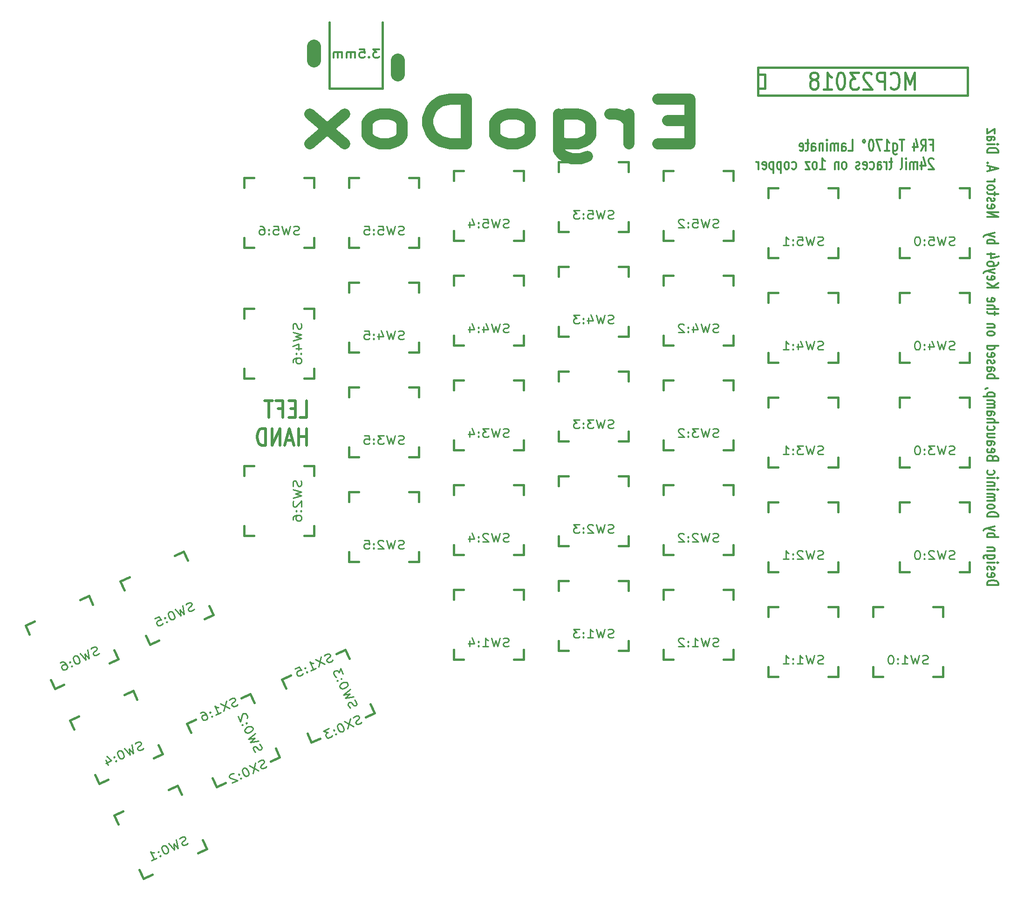
<source format=gbo>
G04 #@! TF.FileFunction,Legend,Bot*
%FSLAX46Y46*%
G04 Gerber Fmt 4.6, Leading zero omitted, Abs format (unit mm)*
G04 Created by KiCad (PCBNEW (2016-11-25 revision 30df041)-makepkg) date 12/07/16 22:09:50*
%MOMM*%
%LPD*%
G01*
G04 APERTURE LIST*
%ADD10C,0.150000*%
%ADD11C,2.032000*%
%ADD12C,0.508000*%
%ADD13C,0.304800*%
%ADD14C,0.381000*%
%ADD15C,2.540000*%
%ADD16C,0.457200*%
%ADD17C,0.254000*%
G04 APERTURE END LIST*
D10*
D11*
X146993428Y-48314428D02*
X142929428Y-48314428D01*
X141187714Y-52571952D02*
X146993428Y-52571952D01*
X146993428Y-44443952D01*
X141187714Y-44443952D01*
X135962571Y-52571952D02*
X135962571Y-47153285D01*
X135962571Y-48701476D02*
X135382000Y-47927380D01*
X134801428Y-47540333D01*
X133640285Y-47153285D01*
X132479142Y-47153285D01*
X123190000Y-47153285D02*
X123190000Y-53733095D01*
X123770571Y-54507190D01*
X124351142Y-54894238D01*
X125512285Y-55281285D01*
X127254000Y-55281285D01*
X128415142Y-54894238D01*
X123190000Y-52184904D02*
X124351142Y-52571952D01*
X126673428Y-52571952D01*
X127834571Y-52184904D01*
X128415142Y-51797857D01*
X128995714Y-51023761D01*
X128995714Y-48701476D01*
X128415142Y-47927380D01*
X127834571Y-47540333D01*
X126673428Y-47153285D01*
X124351142Y-47153285D01*
X123190000Y-47540333D01*
X115642571Y-52571952D02*
X116803714Y-52184904D01*
X117384285Y-51797857D01*
X117964857Y-51023761D01*
X117964857Y-48701476D01*
X117384285Y-47927380D01*
X116803714Y-47540333D01*
X115642571Y-47153285D01*
X113900857Y-47153285D01*
X112739714Y-47540333D01*
X112159142Y-47927380D01*
X111578571Y-48701476D01*
X111578571Y-51023761D01*
X112159142Y-51797857D01*
X112739714Y-52184904D01*
X113900857Y-52571952D01*
X115642571Y-52571952D01*
X106353428Y-52571952D02*
X106353428Y-44443952D01*
X103450571Y-44443952D01*
X101708857Y-44831000D01*
X100547714Y-45605095D01*
X99967142Y-46379190D01*
X99386571Y-47927380D01*
X99386571Y-49088523D01*
X99967142Y-50636714D01*
X100547714Y-51410809D01*
X101708857Y-52184904D01*
X103450571Y-52571952D01*
X106353428Y-52571952D01*
X92419714Y-52571952D02*
X93580857Y-52184904D01*
X94161428Y-51797857D01*
X94742000Y-51023761D01*
X94742000Y-48701476D01*
X94161428Y-47927380D01*
X93580857Y-47540333D01*
X92419714Y-47153285D01*
X90678000Y-47153285D01*
X89516857Y-47540333D01*
X88936285Y-47927380D01*
X88355714Y-48701476D01*
X88355714Y-51023761D01*
X88936285Y-51797857D01*
X89516857Y-52184904D01*
X90678000Y-52571952D01*
X92419714Y-52571952D01*
X84291714Y-52571952D02*
X77905428Y-47153285D01*
X84291714Y-47153285D02*
X77905428Y-52571952D01*
D12*
X76155514Y-102338857D02*
X77365038Y-102338857D01*
X77365038Y-99290857D01*
X75308847Y-100742285D02*
X74462180Y-100742285D01*
X74099323Y-102338857D02*
X75308847Y-102338857D01*
X75308847Y-99290857D01*
X74099323Y-99290857D01*
X72164085Y-100742285D02*
X73010752Y-100742285D01*
X73010752Y-102338857D02*
X73010752Y-99290857D01*
X71801228Y-99290857D01*
X71196466Y-99290857D02*
X69745038Y-99290857D01*
X70470752Y-102338857D02*
X70470752Y-99290857D01*
X77365038Y-107418857D02*
X77365038Y-104370857D01*
X77365038Y-105822285D02*
X75913609Y-105822285D01*
X75913609Y-107418857D02*
X75913609Y-104370857D01*
X74825038Y-106548000D02*
X73615514Y-106548000D01*
X75066942Y-107418857D02*
X74220276Y-104370857D01*
X73373609Y-107418857D01*
X72526942Y-107418857D02*
X72526942Y-104370857D01*
X71075514Y-107418857D01*
X71075514Y-104370857D01*
X69865990Y-107418857D02*
X69865990Y-104370857D01*
X69261228Y-104370857D01*
X68898371Y-104516000D01*
X68656466Y-104806285D01*
X68535514Y-105096571D01*
X68414561Y-105677142D01*
X68414561Y-106112571D01*
X68535514Y-106693142D01*
X68656466Y-106983428D01*
X68898371Y-107273714D01*
X69261228Y-107418857D01*
X69865990Y-107418857D01*
D13*
X190701022Y-52788457D02*
X191209022Y-52788457D01*
X191209022Y-53852838D02*
X191209022Y-51820838D01*
X190483308Y-51820838D01*
X189031880Y-53852838D02*
X189539880Y-52885219D01*
X189902737Y-53852838D02*
X189902737Y-51820838D01*
X189322165Y-51820838D01*
X189177022Y-51917600D01*
X189104451Y-52014361D01*
X189031880Y-52207885D01*
X189031880Y-52498171D01*
X189104451Y-52691695D01*
X189177022Y-52788457D01*
X189322165Y-52885219D01*
X189902737Y-52885219D01*
X187725594Y-52498171D02*
X187725594Y-53852838D01*
X188088451Y-51724076D02*
X188451308Y-53175504D01*
X187507880Y-53175504D01*
X185983880Y-51820838D02*
X185113022Y-51820838D01*
X185548451Y-53852838D02*
X185548451Y-51820838D01*
X183951880Y-52498171D02*
X183951880Y-54143123D01*
X184024451Y-54336647D01*
X184097022Y-54433409D01*
X184242165Y-54530171D01*
X184459880Y-54530171D01*
X184605022Y-54433409D01*
X183951880Y-53756076D02*
X184097022Y-53852838D01*
X184387308Y-53852838D01*
X184532451Y-53756076D01*
X184605022Y-53659314D01*
X184677594Y-53465790D01*
X184677594Y-52885219D01*
X184605022Y-52691695D01*
X184532451Y-52594933D01*
X184387308Y-52498171D01*
X184097022Y-52498171D01*
X183951880Y-52594933D01*
X182427880Y-53852838D02*
X183298737Y-53852838D01*
X182863308Y-53852838D02*
X182863308Y-51820838D01*
X183008451Y-52111123D01*
X183153594Y-52304647D01*
X183298737Y-52401409D01*
X181919880Y-51820838D02*
X180903880Y-51820838D01*
X181557022Y-53852838D01*
X180033022Y-51820838D02*
X179887880Y-51820838D01*
X179742737Y-51917600D01*
X179670165Y-52014361D01*
X179597594Y-52207885D01*
X179525022Y-52594933D01*
X179525022Y-53078742D01*
X179597594Y-53465790D01*
X179670165Y-53659314D01*
X179742737Y-53756076D01*
X179887880Y-53852838D01*
X180033022Y-53852838D01*
X180178165Y-53756076D01*
X180250737Y-53659314D01*
X180323308Y-53465790D01*
X180395880Y-53078742D01*
X180395880Y-52594933D01*
X180323308Y-52207885D01*
X180250737Y-52014361D01*
X180178165Y-51917600D01*
X180033022Y-51820838D01*
X178654165Y-51820838D02*
X178799308Y-51917600D01*
X178871880Y-52111123D01*
X178799308Y-52304647D01*
X178654165Y-52401409D01*
X178509022Y-52304647D01*
X178436451Y-52111123D01*
X178509022Y-51917600D01*
X178654165Y-51820838D01*
X175823880Y-53852838D02*
X176549594Y-53852838D01*
X176549594Y-51820838D01*
X174662737Y-53852838D02*
X174662737Y-52788457D01*
X174735308Y-52594933D01*
X174880451Y-52498171D01*
X175170737Y-52498171D01*
X175315880Y-52594933D01*
X174662737Y-53756076D02*
X174807880Y-53852838D01*
X175170737Y-53852838D01*
X175315880Y-53756076D01*
X175388451Y-53562552D01*
X175388451Y-53369028D01*
X175315880Y-53175504D01*
X175170737Y-53078742D01*
X174807880Y-53078742D01*
X174662737Y-52981980D01*
X173937022Y-53852838D02*
X173937022Y-52498171D01*
X173937022Y-52691695D02*
X173864451Y-52594933D01*
X173719308Y-52498171D01*
X173501594Y-52498171D01*
X173356451Y-52594933D01*
X173283880Y-52788457D01*
X173283880Y-53852838D01*
X173283880Y-52788457D02*
X173211308Y-52594933D01*
X173066165Y-52498171D01*
X172848451Y-52498171D01*
X172703308Y-52594933D01*
X172630737Y-52788457D01*
X172630737Y-53852838D01*
X171905022Y-53852838D02*
X171905022Y-52498171D01*
X171905022Y-51820838D02*
X171977594Y-51917600D01*
X171905022Y-52014361D01*
X171832451Y-51917600D01*
X171905022Y-51820838D01*
X171905022Y-52014361D01*
X171179308Y-52498171D02*
X171179308Y-53852838D01*
X171179308Y-52691695D02*
X171106737Y-52594933D01*
X170961594Y-52498171D01*
X170743880Y-52498171D01*
X170598737Y-52594933D01*
X170526165Y-52788457D01*
X170526165Y-53852838D01*
X169147308Y-53852838D02*
X169147308Y-52788457D01*
X169219880Y-52594933D01*
X169365022Y-52498171D01*
X169655308Y-52498171D01*
X169800451Y-52594933D01*
X169147308Y-53756076D02*
X169292451Y-53852838D01*
X169655308Y-53852838D01*
X169800451Y-53756076D01*
X169873022Y-53562552D01*
X169873022Y-53369028D01*
X169800451Y-53175504D01*
X169655308Y-53078742D01*
X169292451Y-53078742D01*
X169147308Y-52981980D01*
X168639308Y-52498171D02*
X168058737Y-52498171D01*
X168421594Y-51820838D02*
X168421594Y-53562552D01*
X168349022Y-53756076D01*
X168203880Y-53852838D01*
X168058737Y-53852838D01*
X166970165Y-53756076D02*
X167115308Y-53852838D01*
X167405594Y-53852838D01*
X167550737Y-53756076D01*
X167623308Y-53562552D01*
X167623308Y-52788457D01*
X167550737Y-52594933D01*
X167405594Y-52498171D01*
X167115308Y-52498171D01*
X166970165Y-52594933D01*
X166897594Y-52788457D01*
X166897594Y-52981980D01*
X167623308Y-53175504D01*
X191281594Y-55367161D02*
X191209022Y-55270400D01*
X191063880Y-55173638D01*
X190701022Y-55173638D01*
X190555880Y-55270400D01*
X190483308Y-55367161D01*
X190410737Y-55560685D01*
X190410737Y-55754209D01*
X190483308Y-56044495D01*
X191354165Y-57205638D01*
X190410737Y-57205638D01*
X189104451Y-55850971D02*
X189104451Y-57205638D01*
X189467308Y-55076876D02*
X189830165Y-56528304D01*
X188886737Y-56528304D01*
X188306165Y-57205638D02*
X188306165Y-55850971D01*
X188306165Y-56044495D02*
X188233594Y-55947733D01*
X188088451Y-55850971D01*
X187870737Y-55850971D01*
X187725594Y-55947733D01*
X187653022Y-56141257D01*
X187653022Y-57205638D01*
X187653022Y-56141257D02*
X187580451Y-55947733D01*
X187435308Y-55850971D01*
X187217594Y-55850971D01*
X187072451Y-55947733D01*
X186999880Y-56141257D01*
X186999880Y-57205638D01*
X186274165Y-57205638D02*
X186274165Y-55850971D01*
X186274165Y-55173638D02*
X186346737Y-55270400D01*
X186274165Y-55367161D01*
X186201594Y-55270400D01*
X186274165Y-55173638D01*
X186274165Y-55367161D01*
X185330737Y-57205638D02*
X185475880Y-57108876D01*
X185548451Y-56915352D01*
X185548451Y-55173638D01*
X183806737Y-55850971D02*
X183226165Y-55850971D01*
X183589022Y-55173638D02*
X183589022Y-56915352D01*
X183516451Y-57108876D01*
X183371308Y-57205638D01*
X183226165Y-57205638D01*
X182718165Y-57205638D02*
X182718165Y-55850971D01*
X182718165Y-56238019D02*
X182645594Y-56044495D01*
X182573022Y-55947733D01*
X182427880Y-55850971D01*
X182282737Y-55850971D01*
X181121594Y-57205638D02*
X181121594Y-56141257D01*
X181194165Y-55947733D01*
X181339308Y-55850971D01*
X181629594Y-55850971D01*
X181774737Y-55947733D01*
X181121594Y-57108876D02*
X181266737Y-57205638D01*
X181629594Y-57205638D01*
X181774737Y-57108876D01*
X181847308Y-56915352D01*
X181847308Y-56721828D01*
X181774737Y-56528304D01*
X181629594Y-56431542D01*
X181266737Y-56431542D01*
X181121594Y-56334780D01*
X179742737Y-57108876D02*
X179887880Y-57205638D01*
X180178165Y-57205638D01*
X180323308Y-57108876D01*
X180395880Y-57012114D01*
X180468451Y-56818590D01*
X180468451Y-56238019D01*
X180395880Y-56044495D01*
X180323308Y-55947733D01*
X180178165Y-55850971D01*
X179887880Y-55850971D01*
X179742737Y-55947733D01*
X178509022Y-57108876D02*
X178654165Y-57205638D01*
X178944451Y-57205638D01*
X179089594Y-57108876D01*
X179162165Y-56915352D01*
X179162165Y-56141257D01*
X179089594Y-55947733D01*
X178944451Y-55850971D01*
X178654165Y-55850971D01*
X178509022Y-55947733D01*
X178436451Y-56141257D01*
X178436451Y-56334780D01*
X179162165Y-56528304D01*
X177855880Y-57108876D02*
X177710737Y-57205638D01*
X177420451Y-57205638D01*
X177275308Y-57108876D01*
X177202737Y-56915352D01*
X177202737Y-56818590D01*
X177275308Y-56625066D01*
X177420451Y-56528304D01*
X177638165Y-56528304D01*
X177783308Y-56431542D01*
X177855880Y-56238019D01*
X177855880Y-56141257D01*
X177783308Y-55947733D01*
X177638165Y-55850971D01*
X177420451Y-55850971D01*
X177275308Y-55947733D01*
X175170737Y-57205638D02*
X175315880Y-57108876D01*
X175388451Y-57012114D01*
X175461022Y-56818590D01*
X175461022Y-56238019D01*
X175388451Y-56044495D01*
X175315880Y-55947733D01*
X175170737Y-55850971D01*
X174953022Y-55850971D01*
X174807880Y-55947733D01*
X174735308Y-56044495D01*
X174662737Y-56238019D01*
X174662737Y-56818590D01*
X174735308Y-57012114D01*
X174807880Y-57108876D01*
X174953022Y-57205638D01*
X175170737Y-57205638D01*
X174009594Y-55850971D02*
X174009594Y-57205638D01*
X174009594Y-56044495D02*
X173937022Y-55947733D01*
X173791880Y-55850971D01*
X173574165Y-55850971D01*
X173429022Y-55947733D01*
X173356451Y-56141257D01*
X173356451Y-57205638D01*
X170671308Y-57205638D02*
X171542165Y-57205638D01*
X171106737Y-57205638D02*
X171106737Y-55173638D01*
X171251880Y-55463923D01*
X171397022Y-55657447D01*
X171542165Y-55754209D01*
X169800451Y-57205638D02*
X169945594Y-57108876D01*
X170018165Y-57012114D01*
X170090737Y-56818590D01*
X170090737Y-56238019D01*
X170018165Y-56044495D01*
X169945594Y-55947733D01*
X169800451Y-55850971D01*
X169582737Y-55850971D01*
X169437594Y-55947733D01*
X169365022Y-56044495D01*
X169292451Y-56238019D01*
X169292451Y-56818590D01*
X169365022Y-57012114D01*
X169437594Y-57108876D01*
X169582737Y-57205638D01*
X169800451Y-57205638D01*
X168784451Y-55850971D02*
X167986165Y-55850971D01*
X168784451Y-57205638D01*
X167986165Y-57205638D01*
X165591308Y-57108876D02*
X165736451Y-57205638D01*
X166026737Y-57205638D01*
X166171880Y-57108876D01*
X166244451Y-57012114D01*
X166317022Y-56818590D01*
X166317022Y-56238019D01*
X166244451Y-56044495D01*
X166171880Y-55947733D01*
X166026737Y-55850971D01*
X165736451Y-55850971D01*
X165591308Y-55947733D01*
X164720451Y-57205638D02*
X164865594Y-57108876D01*
X164938165Y-57012114D01*
X165010737Y-56818590D01*
X165010737Y-56238019D01*
X164938165Y-56044495D01*
X164865594Y-55947733D01*
X164720451Y-55850971D01*
X164502737Y-55850971D01*
X164357594Y-55947733D01*
X164285022Y-56044495D01*
X164212451Y-56238019D01*
X164212451Y-56818590D01*
X164285022Y-57012114D01*
X164357594Y-57108876D01*
X164502737Y-57205638D01*
X164720451Y-57205638D01*
X163559308Y-55850971D02*
X163559308Y-57882971D01*
X163559308Y-55947733D02*
X163414165Y-55850971D01*
X163123880Y-55850971D01*
X162978737Y-55947733D01*
X162906165Y-56044495D01*
X162833594Y-56238019D01*
X162833594Y-56818590D01*
X162906165Y-57012114D01*
X162978737Y-57108876D01*
X163123880Y-57205638D01*
X163414165Y-57205638D01*
X163559308Y-57108876D01*
X162180451Y-55850971D02*
X162180451Y-57882971D01*
X162180451Y-55947733D02*
X162035308Y-55850971D01*
X161745022Y-55850971D01*
X161599880Y-55947733D01*
X161527308Y-56044495D01*
X161454737Y-56238019D01*
X161454737Y-56818590D01*
X161527308Y-57012114D01*
X161599880Y-57108876D01*
X161745022Y-57205638D01*
X162035308Y-57205638D01*
X162180451Y-57108876D01*
X160221022Y-57108876D02*
X160366165Y-57205638D01*
X160656451Y-57205638D01*
X160801594Y-57108876D01*
X160874165Y-56915352D01*
X160874165Y-56141257D01*
X160801594Y-55947733D01*
X160656451Y-55850971D01*
X160366165Y-55850971D01*
X160221022Y-55947733D01*
X160148451Y-56141257D01*
X160148451Y-56334780D01*
X160874165Y-56528304D01*
X159495308Y-57205638D02*
X159495308Y-55850971D01*
X159495308Y-56238019D02*
X159422737Y-56044495D01*
X159350165Y-55947733D01*
X159205022Y-55850971D01*
X159059880Y-55850971D01*
X201010761Y-132841999D02*
X203042761Y-132841999D01*
X203042761Y-132479142D01*
X202946000Y-132261428D01*
X202752476Y-132116285D01*
X202558952Y-132043714D01*
X202171904Y-131971142D01*
X201881619Y-131971142D01*
X201494571Y-132043714D01*
X201301047Y-132116285D01*
X201107523Y-132261428D01*
X201010761Y-132479142D01*
X201010761Y-132841999D01*
X201107523Y-130737428D02*
X201010761Y-130882571D01*
X201010761Y-131172857D01*
X201107523Y-131317999D01*
X201301047Y-131390571D01*
X202075142Y-131390571D01*
X202268666Y-131317999D01*
X202365428Y-131172857D01*
X202365428Y-130882571D01*
X202268666Y-130737428D01*
X202075142Y-130664857D01*
X201881619Y-130664857D01*
X201688095Y-131390571D01*
X201107523Y-130084285D02*
X201010761Y-129939142D01*
X201010761Y-129648857D01*
X201107523Y-129503714D01*
X201301047Y-129431142D01*
X201397809Y-129431142D01*
X201591333Y-129503714D01*
X201688095Y-129648857D01*
X201688095Y-129866571D01*
X201784857Y-130011714D01*
X201978380Y-130084285D01*
X202075142Y-130084285D01*
X202268666Y-130011714D01*
X202365428Y-129866571D01*
X202365428Y-129648857D01*
X202268666Y-129503714D01*
X201010761Y-128777999D02*
X202365428Y-128777999D01*
X203042761Y-128777999D02*
X202946000Y-128850571D01*
X202849238Y-128777999D01*
X202946000Y-128705428D01*
X203042761Y-128777999D01*
X202849238Y-128777999D01*
X202365428Y-127399142D02*
X200720476Y-127399142D01*
X200526952Y-127471714D01*
X200430190Y-127544285D01*
X200333428Y-127689428D01*
X200333428Y-127907142D01*
X200430190Y-128052285D01*
X201107523Y-127399142D02*
X201010761Y-127544285D01*
X201010761Y-127834571D01*
X201107523Y-127979714D01*
X201204285Y-128052285D01*
X201397809Y-128124857D01*
X201978380Y-128124857D01*
X202171904Y-128052285D01*
X202268666Y-127979714D01*
X202365428Y-127834571D01*
X202365428Y-127544285D01*
X202268666Y-127399142D01*
X202365428Y-126673428D02*
X201010761Y-126673428D01*
X202171904Y-126673428D02*
X202268666Y-126600857D01*
X202365428Y-126455714D01*
X202365428Y-126237999D01*
X202268666Y-126092857D01*
X202075142Y-126020285D01*
X201010761Y-126020285D01*
X201010761Y-124133428D02*
X203042761Y-124133428D01*
X202268666Y-124133428D02*
X202365428Y-123988285D01*
X202365428Y-123697999D01*
X202268666Y-123552857D01*
X202171904Y-123480285D01*
X201978380Y-123407714D01*
X201397809Y-123407714D01*
X201204285Y-123480285D01*
X201107523Y-123552857D01*
X201010761Y-123697999D01*
X201010761Y-123988285D01*
X201107523Y-124133428D01*
X202365428Y-122899714D02*
X201010761Y-122536857D01*
X202365428Y-122173999D02*
X201010761Y-122536857D01*
X200526952Y-122681999D01*
X200430190Y-122754571D01*
X200333428Y-122899714D01*
X201010761Y-120432285D02*
X203042761Y-120432285D01*
X203042761Y-120069428D01*
X202946000Y-119851714D01*
X202752476Y-119706571D01*
X202558952Y-119634000D01*
X202171904Y-119561428D01*
X201881619Y-119561428D01*
X201494571Y-119634000D01*
X201301047Y-119706571D01*
X201107523Y-119851714D01*
X201010761Y-120069428D01*
X201010761Y-120432285D01*
X201010761Y-118690571D02*
X201107523Y-118835714D01*
X201204285Y-118908285D01*
X201397809Y-118980857D01*
X201978380Y-118980857D01*
X202171904Y-118908285D01*
X202268666Y-118835714D01*
X202365428Y-118690571D01*
X202365428Y-118472857D01*
X202268666Y-118327714D01*
X202171904Y-118255142D01*
X201978380Y-118182571D01*
X201397809Y-118182571D01*
X201204285Y-118255142D01*
X201107523Y-118327714D01*
X201010761Y-118472857D01*
X201010761Y-118690571D01*
X201010761Y-117529428D02*
X202365428Y-117529428D01*
X202171904Y-117529428D02*
X202268666Y-117456857D01*
X202365428Y-117311714D01*
X202365428Y-117093999D01*
X202268666Y-116948857D01*
X202075142Y-116876285D01*
X201010761Y-116876285D01*
X202075142Y-116876285D02*
X202268666Y-116803714D01*
X202365428Y-116658571D01*
X202365428Y-116440857D01*
X202268666Y-116295714D01*
X202075142Y-116223142D01*
X201010761Y-116223142D01*
X201010761Y-115497428D02*
X202365428Y-115497428D01*
X203042761Y-115497428D02*
X202946000Y-115569999D01*
X202849238Y-115497428D01*
X202946000Y-115424857D01*
X203042761Y-115497428D01*
X202849238Y-115497428D01*
X202365428Y-114771714D02*
X201010761Y-114771714D01*
X202171904Y-114771714D02*
X202268666Y-114699142D01*
X202365428Y-114553999D01*
X202365428Y-114336285D01*
X202268666Y-114191142D01*
X202075142Y-114118571D01*
X201010761Y-114118571D01*
X201010761Y-113392857D02*
X202365428Y-113392857D01*
X203042761Y-113392857D02*
X202946000Y-113465428D01*
X202849238Y-113392857D01*
X202946000Y-113320285D01*
X203042761Y-113392857D01*
X202849238Y-113392857D01*
X201107523Y-112013999D02*
X201010761Y-112159142D01*
X201010761Y-112449428D01*
X201107523Y-112594571D01*
X201204285Y-112667142D01*
X201397809Y-112739714D01*
X201978380Y-112739714D01*
X202171904Y-112667142D01*
X202268666Y-112594571D01*
X202365428Y-112449428D01*
X202365428Y-112159142D01*
X202268666Y-112013999D01*
X202075142Y-109691714D02*
X201978380Y-109473999D01*
X201881619Y-109401428D01*
X201688095Y-109328857D01*
X201397809Y-109328857D01*
X201204285Y-109401428D01*
X201107523Y-109473999D01*
X201010761Y-109619142D01*
X201010761Y-110199714D01*
X203042761Y-110199714D01*
X203042761Y-109691714D01*
X202946000Y-109546571D01*
X202849238Y-109473999D01*
X202655714Y-109401428D01*
X202462190Y-109401428D01*
X202268666Y-109473999D01*
X202171904Y-109546571D01*
X202075142Y-109691714D01*
X202075142Y-110199714D01*
X201107523Y-108095142D02*
X201010761Y-108240285D01*
X201010761Y-108530571D01*
X201107523Y-108675714D01*
X201301047Y-108748285D01*
X202075142Y-108748285D01*
X202268666Y-108675714D01*
X202365428Y-108530571D01*
X202365428Y-108240285D01*
X202268666Y-108095142D01*
X202075142Y-108022571D01*
X201881619Y-108022571D01*
X201688095Y-108748285D01*
X201010761Y-106716285D02*
X202075142Y-106716285D01*
X202268666Y-106788857D01*
X202365428Y-106933999D01*
X202365428Y-107224285D01*
X202268666Y-107369428D01*
X201107523Y-106716285D02*
X201010761Y-106861428D01*
X201010761Y-107224285D01*
X201107523Y-107369428D01*
X201301047Y-107441999D01*
X201494571Y-107441999D01*
X201688095Y-107369428D01*
X201784857Y-107224285D01*
X201784857Y-106861428D01*
X201881619Y-106716285D01*
X202365428Y-105337428D02*
X201010761Y-105337428D01*
X202365428Y-105990571D02*
X201301047Y-105990571D01*
X201107523Y-105917999D01*
X201010761Y-105772857D01*
X201010761Y-105555142D01*
X201107523Y-105409999D01*
X201204285Y-105337428D01*
X201107523Y-103958571D02*
X201010761Y-104103714D01*
X201010761Y-104393999D01*
X201107523Y-104539142D01*
X201204285Y-104611714D01*
X201397809Y-104684285D01*
X201978380Y-104684285D01*
X202171904Y-104611714D01*
X202268666Y-104539142D01*
X202365428Y-104393999D01*
X202365428Y-104103714D01*
X202268666Y-103958571D01*
X201010761Y-103305428D02*
X203042761Y-103305428D01*
X201010761Y-102652285D02*
X202075142Y-102652285D01*
X202268666Y-102724857D01*
X202365428Y-102869999D01*
X202365428Y-103087714D01*
X202268666Y-103232857D01*
X202171904Y-103305428D01*
X201010761Y-101273428D02*
X202075142Y-101273428D01*
X202268666Y-101345999D01*
X202365428Y-101491142D01*
X202365428Y-101781428D01*
X202268666Y-101926571D01*
X201107523Y-101273428D02*
X201010761Y-101418571D01*
X201010761Y-101781428D01*
X201107523Y-101926571D01*
X201301047Y-101999142D01*
X201494571Y-101999142D01*
X201688095Y-101926571D01*
X201784857Y-101781428D01*
X201784857Y-101418571D01*
X201881619Y-101273428D01*
X201010761Y-100547714D02*
X202365428Y-100547714D01*
X202171904Y-100547714D02*
X202268666Y-100475142D01*
X202365428Y-100329999D01*
X202365428Y-100112285D01*
X202268666Y-99967142D01*
X202075142Y-99894571D01*
X201010761Y-99894571D01*
X202075142Y-99894571D02*
X202268666Y-99821999D01*
X202365428Y-99676857D01*
X202365428Y-99459142D01*
X202268666Y-99313999D01*
X202075142Y-99241428D01*
X201010761Y-99241428D01*
X202365428Y-98515714D02*
X200333428Y-98515714D01*
X202268666Y-98515714D02*
X202365428Y-98370571D01*
X202365428Y-98080285D01*
X202268666Y-97935142D01*
X202171904Y-97862571D01*
X201978380Y-97789999D01*
X201397809Y-97789999D01*
X201204285Y-97862571D01*
X201107523Y-97935142D01*
X201010761Y-98080285D01*
X201010761Y-98370571D01*
X201107523Y-98515714D01*
X201107523Y-97064285D02*
X201010761Y-97064285D01*
X200817238Y-97136857D01*
X200720476Y-97209428D01*
X201010761Y-95249999D02*
X203042761Y-95249999D01*
X202268666Y-95249999D02*
X202365428Y-95104857D01*
X202365428Y-94814571D01*
X202268666Y-94669428D01*
X202171904Y-94596857D01*
X201978380Y-94524285D01*
X201397809Y-94524285D01*
X201204285Y-94596857D01*
X201107523Y-94669428D01*
X201010761Y-94814571D01*
X201010761Y-95104857D01*
X201107523Y-95249999D01*
X201010761Y-93217999D02*
X202075142Y-93217999D01*
X202268666Y-93290571D01*
X202365428Y-93435714D01*
X202365428Y-93725999D01*
X202268666Y-93871142D01*
X201107523Y-93217999D02*
X201010761Y-93363142D01*
X201010761Y-93725999D01*
X201107523Y-93871142D01*
X201301047Y-93943714D01*
X201494571Y-93943714D01*
X201688095Y-93871142D01*
X201784857Y-93725999D01*
X201784857Y-93363142D01*
X201881619Y-93217999D01*
X201107523Y-92564857D02*
X201010761Y-92419714D01*
X201010761Y-92129428D01*
X201107523Y-91984285D01*
X201301047Y-91911714D01*
X201397809Y-91911714D01*
X201591333Y-91984285D01*
X201688095Y-92129428D01*
X201688095Y-92347142D01*
X201784857Y-92492285D01*
X201978380Y-92564857D01*
X202075142Y-92564857D01*
X202268666Y-92492285D01*
X202365428Y-92347142D01*
X202365428Y-92129428D01*
X202268666Y-91984285D01*
X201107523Y-90677999D02*
X201010761Y-90823142D01*
X201010761Y-91113428D01*
X201107523Y-91258571D01*
X201301047Y-91331142D01*
X202075142Y-91331142D01*
X202268666Y-91258571D01*
X202365428Y-91113428D01*
X202365428Y-90823142D01*
X202268666Y-90677999D01*
X202075142Y-90605428D01*
X201881619Y-90605428D01*
X201688095Y-91331142D01*
X201010761Y-89299142D02*
X203042761Y-89299142D01*
X201107523Y-89299142D02*
X201010761Y-89444285D01*
X201010761Y-89734571D01*
X201107523Y-89879714D01*
X201204285Y-89952285D01*
X201397809Y-90024857D01*
X201978380Y-90024857D01*
X202171904Y-89952285D01*
X202268666Y-89879714D01*
X202365428Y-89734571D01*
X202365428Y-89444285D01*
X202268666Y-89299142D01*
X201010761Y-87194571D02*
X201107523Y-87339714D01*
X201204285Y-87412285D01*
X201397809Y-87484857D01*
X201978380Y-87484857D01*
X202171904Y-87412285D01*
X202268666Y-87339714D01*
X202365428Y-87194571D01*
X202365428Y-86976857D01*
X202268666Y-86831714D01*
X202171904Y-86759142D01*
X201978380Y-86686571D01*
X201397809Y-86686571D01*
X201204285Y-86759142D01*
X201107523Y-86831714D01*
X201010761Y-86976857D01*
X201010761Y-87194571D01*
X202365428Y-86033428D02*
X201010761Y-86033428D01*
X202171904Y-86033428D02*
X202268666Y-85960857D01*
X202365428Y-85815714D01*
X202365428Y-85597999D01*
X202268666Y-85452857D01*
X202075142Y-85380285D01*
X201010761Y-85380285D01*
X202365428Y-83711142D02*
X202365428Y-83130571D01*
X203042761Y-83493428D02*
X201301047Y-83493428D01*
X201107523Y-83420857D01*
X201010761Y-83275714D01*
X201010761Y-83130571D01*
X201010761Y-82622571D02*
X203042761Y-82622571D01*
X201010761Y-81969428D02*
X202075142Y-81969428D01*
X202268666Y-82041999D01*
X202365428Y-82187142D01*
X202365428Y-82404857D01*
X202268666Y-82549999D01*
X202171904Y-82622571D01*
X201107523Y-80663142D02*
X201010761Y-80808285D01*
X201010761Y-81098571D01*
X201107523Y-81243714D01*
X201301047Y-81316285D01*
X202075142Y-81316285D01*
X202268666Y-81243714D01*
X202365428Y-81098571D01*
X202365428Y-80808285D01*
X202268666Y-80663142D01*
X202075142Y-80590571D01*
X201881619Y-80590571D01*
X201688095Y-81316285D01*
X201010761Y-78776285D02*
X203042761Y-78776285D01*
X201010761Y-77905428D02*
X202171904Y-78558571D01*
X203042761Y-77905428D02*
X201881619Y-78776285D01*
X201107523Y-76671714D02*
X201010761Y-76816857D01*
X201010761Y-77107142D01*
X201107523Y-77252285D01*
X201301047Y-77324857D01*
X202075142Y-77324857D01*
X202268666Y-77252285D01*
X202365428Y-77107142D01*
X202365428Y-76816857D01*
X202268666Y-76671714D01*
X202075142Y-76599142D01*
X201881619Y-76599142D01*
X201688095Y-77324857D01*
X202365428Y-76091142D02*
X201010761Y-75728285D01*
X202365428Y-75365428D02*
X201010761Y-75728285D01*
X200526952Y-75873428D01*
X200430190Y-75946000D01*
X200333428Y-76091142D01*
X203042761Y-74131714D02*
X203042761Y-74421999D01*
X202946000Y-74567142D01*
X202849238Y-74639714D01*
X202558952Y-74784857D01*
X202171904Y-74857428D01*
X201397809Y-74857428D01*
X201204285Y-74784857D01*
X201107523Y-74712285D01*
X201010761Y-74567142D01*
X201010761Y-74276857D01*
X201107523Y-74131714D01*
X201204285Y-74059142D01*
X201397809Y-73986571D01*
X201881619Y-73986571D01*
X202075142Y-74059142D01*
X202171904Y-74131714D01*
X202268666Y-74276857D01*
X202268666Y-74567142D01*
X202171904Y-74712285D01*
X202075142Y-74784857D01*
X201881619Y-74857428D01*
X202365428Y-72680285D02*
X201010761Y-72680285D01*
X203139523Y-73043142D02*
X201688095Y-73406000D01*
X201688095Y-72462571D01*
X201010761Y-70720857D02*
X203042761Y-70720857D01*
X202268666Y-70720857D02*
X202365428Y-70575714D01*
X202365428Y-70285428D01*
X202268666Y-70140285D01*
X202171904Y-70067714D01*
X201978380Y-69995142D01*
X201397809Y-69995142D01*
X201204285Y-70067714D01*
X201107523Y-70140285D01*
X201010761Y-70285428D01*
X201010761Y-70575714D01*
X201107523Y-70720857D01*
X202365428Y-69487142D02*
X201010761Y-69124285D01*
X202365428Y-68761428D02*
X201010761Y-69124285D01*
X200526952Y-69269428D01*
X200430190Y-69342000D01*
X200333428Y-69487142D01*
X201010761Y-65858571D02*
X203042761Y-65858571D01*
X201010761Y-64987714D01*
X203042761Y-64987714D01*
X201107523Y-63681428D02*
X201010761Y-63826571D01*
X201010761Y-64116857D01*
X201107523Y-64261999D01*
X201301047Y-64334571D01*
X202075142Y-64334571D01*
X202268666Y-64261999D01*
X202365428Y-64116857D01*
X202365428Y-63826571D01*
X202268666Y-63681428D01*
X202075142Y-63608857D01*
X201881619Y-63608857D01*
X201688095Y-64334571D01*
X201107523Y-63028285D02*
X201010761Y-62883142D01*
X201010761Y-62592857D01*
X201107523Y-62447714D01*
X201301047Y-62375142D01*
X201397809Y-62375142D01*
X201591333Y-62447714D01*
X201688095Y-62592857D01*
X201688095Y-62810571D01*
X201784857Y-62955714D01*
X201978380Y-63028285D01*
X202075142Y-63028285D01*
X202268666Y-62955714D01*
X202365428Y-62810571D01*
X202365428Y-62592857D01*
X202268666Y-62447714D01*
X202365428Y-61939714D02*
X202365428Y-61359142D01*
X203042761Y-61721999D02*
X201301047Y-61721999D01*
X201107523Y-61649428D01*
X201010761Y-61504285D01*
X201010761Y-61359142D01*
X201010761Y-60633428D02*
X201107523Y-60778571D01*
X201204285Y-60851142D01*
X201397809Y-60923714D01*
X201978380Y-60923714D01*
X202171904Y-60851142D01*
X202268666Y-60778571D01*
X202365428Y-60633428D01*
X202365428Y-60415714D01*
X202268666Y-60270571D01*
X202171904Y-60197999D01*
X201978380Y-60125428D01*
X201397809Y-60125428D01*
X201204285Y-60197999D01*
X201107523Y-60270571D01*
X201010761Y-60415714D01*
X201010761Y-60633428D01*
X201010761Y-59472285D02*
X202365428Y-59472285D01*
X201978380Y-59472285D02*
X202171904Y-59399714D01*
X202268666Y-59327142D01*
X202365428Y-59181999D01*
X202365428Y-59036857D01*
X201591333Y-57440285D02*
X201591333Y-56714571D01*
X201010761Y-57585428D02*
X203042761Y-57077428D01*
X201010761Y-56569428D01*
X201204285Y-56061428D02*
X201107523Y-55988857D01*
X201010761Y-56061428D01*
X201107523Y-56133999D01*
X201204285Y-56061428D01*
X201010761Y-56061428D01*
X201010761Y-54174571D02*
X203042761Y-54174571D01*
X203042761Y-53811714D01*
X202946000Y-53593999D01*
X202752476Y-53448857D01*
X202558952Y-53376285D01*
X202171904Y-53303714D01*
X201881619Y-53303714D01*
X201494571Y-53376285D01*
X201301047Y-53448857D01*
X201107523Y-53593999D01*
X201010761Y-53811714D01*
X201010761Y-54174571D01*
X201010761Y-52650571D02*
X202365428Y-52650571D01*
X203042761Y-52650571D02*
X202946000Y-52723142D01*
X202849238Y-52650571D01*
X202946000Y-52577999D01*
X203042761Y-52650571D01*
X202849238Y-52650571D01*
X201010761Y-51271714D02*
X202075142Y-51271714D01*
X202268666Y-51344285D01*
X202365428Y-51489428D01*
X202365428Y-51779714D01*
X202268666Y-51924857D01*
X201107523Y-51271714D02*
X201010761Y-51416857D01*
X201010761Y-51779714D01*
X201107523Y-51924857D01*
X201301047Y-51997428D01*
X201494571Y-51997428D01*
X201688095Y-51924857D01*
X201784857Y-51779714D01*
X201784857Y-51416857D01*
X201881619Y-51271714D01*
X202365428Y-50691142D02*
X202365428Y-49892857D01*
X201010761Y-50691142D01*
X201010761Y-49892857D01*
D14*
X159385000Y-43815000D02*
X197485000Y-43815000D01*
X197485000Y-43815000D02*
X197485000Y-38735000D01*
X197485000Y-38735000D02*
X159385000Y-38735000D01*
X159385000Y-38735000D02*
X159385000Y-43815000D01*
X159385000Y-42545000D02*
X160655000Y-42545000D01*
X160655000Y-42545000D02*
X160655000Y-40005000D01*
X160655000Y-40005000D02*
X159385000Y-40005000D01*
D15*
X78740000Y-37465000D02*
X78740000Y-34925000D01*
X93980000Y-40005000D02*
X93980000Y-37465000D01*
D14*
X91109800Y-30480000D02*
X91109800Y-42545000D01*
X91109800Y-42545000D02*
X81508600Y-42545000D01*
X81508600Y-42545000D02*
X81508600Y-30480000D01*
X185102500Y-79702660D02*
X186880500Y-79702660D01*
X196024500Y-79702660D02*
X197802500Y-79702660D01*
X197802500Y-79702660D02*
X197802500Y-81480660D01*
X197802500Y-90624660D02*
X197802500Y-92402660D01*
X197802500Y-92402660D02*
X196024500Y-92402660D01*
X186880500Y-92402660D02*
X185102500Y-92402660D01*
X185102500Y-92402660D02*
X185102500Y-90624660D01*
X185102500Y-81480660D02*
X185102500Y-79702660D01*
X185102500Y-117802660D02*
X186880500Y-117802660D01*
X196024500Y-117802660D02*
X197802500Y-117802660D01*
X197802500Y-117802660D02*
X197802500Y-119580660D01*
X197802500Y-128724660D02*
X197802500Y-130502660D01*
X197802500Y-130502660D02*
X196024500Y-130502660D01*
X186880500Y-130502660D02*
X185102500Y-130502660D01*
X185102500Y-130502660D02*
X185102500Y-128724660D01*
X185102500Y-119580660D02*
X185102500Y-117802660D01*
X185102500Y-60655200D02*
X186880500Y-60655200D01*
X196024500Y-60655200D02*
X197802500Y-60655200D01*
X197802500Y-60655200D02*
X197802500Y-62433200D01*
X197802500Y-71577200D02*
X197802500Y-73355200D01*
X197802500Y-73355200D02*
X196024500Y-73355200D01*
X186880500Y-73355200D02*
X185102500Y-73355200D01*
X185102500Y-73355200D02*
X185102500Y-71577200D01*
X185102500Y-62433200D02*
X185102500Y-60655200D01*
X185102500Y-98752660D02*
X186880500Y-98752660D01*
X196024500Y-98752660D02*
X197802500Y-98752660D01*
X197802500Y-98752660D02*
X197802500Y-100530660D01*
X197802500Y-109674660D02*
X197802500Y-111452660D01*
X197802500Y-111452660D02*
X196024500Y-111452660D01*
X186880500Y-111452660D02*
X185102500Y-111452660D01*
X185102500Y-111452660D02*
X185102500Y-109674660D01*
X185102500Y-100530660D02*
X185102500Y-98752660D01*
X85090000Y-58750200D02*
X86868000Y-58750200D01*
X96012000Y-58750200D02*
X97790000Y-58750200D01*
X97790000Y-58750200D02*
X97790000Y-60528200D01*
X97790000Y-69672200D02*
X97790000Y-71450200D01*
X97790000Y-71450200D02*
X96012000Y-71450200D01*
X86868000Y-71450200D02*
X85090000Y-71450200D01*
X85090000Y-71450200D02*
X85090000Y-69672200D01*
X85090000Y-60528200D02*
X85090000Y-58750200D01*
X142240000Y-76527660D02*
X144018000Y-76527660D01*
X153162000Y-76527660D02*
X154940000Y-76527660D01*
X154940000Y-76527660D02*
X154940000Y-78305660D01*
X154940000Y-87449660D02*
X154940000Y-89227660D01*
X154940000Y-89227660D02*
X153162000Y-89227660D01*
X144018000Y-89227660D02*
X142240000Y-89227660D01*
X142240000Y-89227660D02*
X142240000Y-87449660D01*
X142240000Y-78305660D02*
X142240000Y-76527660D01*
X60967052Y-169555960D02*
X60215636Y-167944545D01*
X56351215Y-159657267D02*
X55599800Y-158045852D01*
X55599800Y-158045852D02*
X57211215Y-157294436D01*
X65498493Y-153430015D02*
X67109908Y-152678600D01*
X67109908Y-152678600D02*
X67861324Y-154290015D01*
X71725745Y-162577293D02*
X72477160Y-164188708D01*
X72477160Y-164188708D02*
X70865745Y-164940124D01*
X62578467Y-168804545D02*
X60967052Y-169555960D01*
X78231432Y-161504160D02*
X77480016Y-159892745D01*
X73615595Y-151605467D02*
X72864180Y-149994052D01*
X72864180Y-149994052D02*
X74475595Y-149242636D01*
X82762873Y-145378215D02*
X84374288Y-144626800D01*
X84374288Y-144626800D02*
X85125704Y-146238215D01*
X88990125Y-154525493D02*
X89741540Y-156136908D01*
X89741540Y-156136908D02*
X88130125Y-156888324D01*
X79842847Y-160752745D02*
X78231432Y-161504160D01*
X104140000Y-133677660D02*
X105918000Y-133677660D01*
X115062000Y-133677660D02*
X116840000Y-133677660D01*
X116840000Y-133677660D02*
X116840000Y-135455660D01*
X116840000Y-144599660D02*
X116840000Y-146377660D01*
X116840000Y-146377660D02*
X115062000Y-146377660D01*
X105918000Y-146377660D02*
X104140000Y-146377660D01*
X104140000Y-146377660D02*
X104140000Y-144599660D01*
X104140000Y-135455660D02*
X104140000Y-133677660D01*
X123190000Y-132080000D02*
X124968000Y-132080000D01*
X134112000Y-132080000D02*
X135890000Y-132080000D01*
X135890000Y-132080000D02*
X135890000Y-133858000D01*
X135890000Y-143002000D02*
X135890000Y-144780000D01*
X135890000Y-144780000D02*
X134112000Y-144780000D01*
X124968000Y-144780000D02*
X123190000Y-144780000D01*
X123190000Y-144780000D02*
X123190000Y-143002000D01*
X123190000Y-133858000D02*
X123190000Y-132080000D01*
X161290000Y-136852660D02*
X163068000Y-136852660D01*
X172212000Y-136852660D02*
X173990000Y-136852660D01*
X173990000Y-136852660D02*
X173990000Y-138630660D01*
X173990000Y-147774660D02*
X173990000Y-149552660D01*
X173990000Y-149552660D02*
X172212000Y-149552660D01*
X163068000Y-149552660D02*
X161290000Y-149552660D01*
X161290000Y-149552660D02*
X161290000Y-147774660D01*
X161290000Y-138630660D02*
X161290000Y-136852660D01*
X85090000Y-115897660D02*
X86868000Y-115897660D01*
X96012000Y-115897660D02*
X97790000Y-115897660D01*
X97790000Y-115897660D02*
X97790000Y-117675660D01*
X97790000Y-126819660D02*
X97790000Y-128597660D01*
X97790000Y-128597660D02*
X96012000Y-128597660D01*
X86868000Y-128597660D02*
X85090000Y-128597660D01*
X85090000Y-128597660D02*
X85090000Y-126819660D01*
X85090000Y-117675660D02*
X85090000Y-115897660D01*
X104140000Y-114627660D02*
X105918000Y-114627660D01*
X115062000Y-114627660D02*
X116840000Y-114627660D01*
X116840000Y-114627660D02*
X116840000Y-116405660D01*
X116840000Y-125549660D02*
X116840000Y-127327660D01*
X116840000Y-127327660D02*
X115062000Y-127327660D01*
X105918000Y-127327660D02*
X104140000Y-127327660D01*
X104140000Y-127327660D02*
X104140000Y-125549660D01*
X104140000Y-116405660D02*
X104140000Y-114627660D01*
X123190000Y-113030000D02*
X124968000Y-113030000D01*
X134112000Y-113030000D02*
X135890000Y-113030000D01*
X135890000Y-113030000D02*
X135890000Y-114808000D01*
X135890000Y-123952000D02*
X135890000Y-125730000D01*
X135890000Y-125730000D02*
X134112000Y-125730000D01*
X124968000Y-125730000D02*
X123190000Y-125730000D01*
X123190000Y-125730000D02*
X123190000Y-123952000D01*
X123190000Y-114808000D02*
X123190000Y-113030000D01*
X142240000Y-114627660D02*
X144018000Y-114627660D01*
X153162000Y-114627660D02*
X154940000Y-114627660D01*
X154940000Y-114627660D02*
X154940000Y-116405660D01*
X154940000Y-125549660D02*
X154940000Y-127327660D01*
X154940000Y-127327660D02*
X153162000Y-127327660D01*
X144018000Y-127327660D02*
X142240000Y-127327660D01*
X142240000Y-127327660D02*
X142240000Y-125549660D01*
X142240000Y-116405660D02*
X142240000Y-114627660D01*
X161290000Y-117802660D02*
X163068000Y-117802660D01*
X172212000Y-117802660D02*
X173990000Y-117802660D01*
X173990000Y-117802660D02*
X173990000Y-119580660D01*
X173990000Y-128724660D02*
X173990000Y-130502660D01*
X173990000Y-130502660D02*
X172212000Y-130502660D01*
X163068000Y-130502660D02*
X161290000Y-130502660D01*
X161290000Y-130502660D02*
X161290000Y-128724660D01*
X161290000Y-119580660D02*
X161290000Y-117802660D01*
X85090000Y-96847660D02*
X86868000Y-96847660D01*
X96012000Y-96847660D02*
X97790000Y-96847660D01*
X97790000Y-96847660D02*
X97790000Y-98625660D01*
X97790000Y-107769660D02*
X97790000Y-109547660D01*
X97790000Y-109547660D02*
X96012000Y-109547660D01*
X86868000Y-109547660D02*
X85090000Y-109547660D01*
X85090000Y-109547660D02*
X85090000Y-107769660D01*
X85090000Y-98625660D02*
X85090000Y-96847660D01*
X104140000Y-95577660D02*
X105918000Y-95577660D01*
X115062000Y-95577660D02*
X116840000Y-95577660D01*
X116840000Y-95577660D02*
X116840000Y-97355660D01*
X116840000Y-106499660D02*
X116840000Y-108277660D01*
X116840000Y-108277660D02*
X115062000Y-108277660D01*
X105918000Y-108277660D02*
X104140000Y-108277660D01*
X104140000Y-108277660D02*
X104140000Y-106499660D01*
X104140000Y-97355660D02*
X104140000Y-95577660D01*
X123190000Y-93980000D02*
X124968000Y-93980000D01*
X134112000Y-93980000D02*
X135890000Y-93980000D01*
X135890000Y-93980000D02*
X135890000Y-95758000D01*
X135890000Y-104902000D02*
X135890000Y-106680000D01*
X135890000Y-106680000D02*
X134112000Y-106680000D01*
X124968000Y-106680000D02*
X123190000Y-106680000D01*
X123190000Y-106680000D02*
X123190000Y-104902000D01*
X123190000Y-95758000D02*
X123190000Y-93980000D01*
X142240000Y-95577660D02*
X144018000Y-95577660D01*
X153162000Y-95577660D02*
X154940000Y-95577660D01*
X154940000Y-95577660D02*
X154940000Y-97355660D01*
X154940000Y-106499660D02*
X154940000Y-108277660D01*
X154940000Y-108277660D02*
X153162000Y-108277660D01*
X144018000Y-108277660D02*
X142240000Y-108277660D01*
X142240000Y-108277660D02*
X142240000Y-106499660D01*
X142240000Y-97355660D02*
X142240000Y-95577660D01*
X104140000Y-76527660D02*
X105918000Y-76527660D01*
X115062000Y-76527660D02*
X116840000Y-76527660D01*
X116840000Y-76527660D02*
X116840000Y-78305660D01*
X116840000Y-87449660D02*
X116840000Y-89227660D01*
X116840000Y-89227660D02*
X115062000Y-89227660D01*
X105918000Y-89227660D02*
X104140000Y-89227660D01*
X104140000Y-89227660D02*
X104140000Y-87449660D01*
X104140000Y-78305660D02*
X104140000Y-76527660D01*
X123190000Y-74930000D02*
X124968000Y-74930000D01*
X134112000Y-74930000D02*
X135890000Y-74930000D01*
X135890000Y-74930000D02*
X135890000Y-76708000D01*
X135890000Y-85852000D02*
X135890000Y-87630000D01*
X135890000Y-87630000D02*
X134112000Y-87630000D01*
X124968000Y-87630000D02*
X123190000Y-87630000D01*
X123190000Y-87630000D02*
X123190000Y-85852000D01*
X123190000Y-76708000D02*
X123190000Y-74930000D01*
X161290000Y-79702660D02*
X163068000Y-79702660D01*
X172212000Y-79702660D02*
X173990000Y-79702660D01*
X173990000Y-79702660D02*
X173990000Y-81480660D01*
X173990000Y-90624660D02*
X173990000Y-92402660D01*
X173990000Y-92402660D02*
X172212000Y-92402660D01*
X163068000Y-92402660D02*
X161290000Y-92402660D01*
X161290000Y-92402660D02*
X161290000Y-90624660D01*
X161290000Y-81480660D02*
X161290000Y-79702660D01*
X142240000Y-133677660D02*
X144018000Y-133677660D01*
X153162000Y-133677660D02*
X154940000Y-133677660D01*
X154940000Y-133677660D02*
X154940000Y-135455660D01*
X154940000Y-144599660D02*
X154940000Y-146377660D01*
X154940000Y-146377660D02*
X153162000Y-146377660D01*
X144018000Y-146377660D02*
X142240000Y-146377660D01*
X142240000Y-146377660D02*
X142240000Y-144599660D01*
X142240000Y-135455660D02*
X142240000Y-133677660D01*
X104140000Y-57477660D02*
X105918000Y-57477660D01*
X115062000Y-57477660D02*
X116840000Y-57477660D01*
X116840000Y-57477660D02*
X116840000Y-59255660D01*
X116840000Y-68399660D02*
X116840000Y-70177660D01*
X116840000Y-70177660D02*
X115062000Y-70177660D01*
X105918000Y-70177660D02*
X104140000Y-70177660D01*
X104140000Y-70177660D02*
X104140000Y-68399660D01*
X104140000Y-59255660D02*
X104140000Y-57477660D01*
X123190000Y-55880000D02*
X124968000Y-55880000D01*
X134112000Y-55880000D02*
X135890000Y-55880000D01*
X135890000Y-55880000D02*
X135890000Y-57658000D01*
X135890000Y-66802000D02*
X135890000Y-68580000D01*
X135890000Y-68580000D02*
X134112000Y-68580000D01*
X124968000Y-68580000D02*
X123190000Y-68580000D01*
X123190000Y-68580000D02*
X123190000Y-66802000D01*
X123190000Y-57658000D02*
X123190000Y-55880000D01*
X142240000Y-57477660D02*
X144018000Y-57477660D01*
X153162000Y-57477660D02*
X154940000Y-57477660D01*
X154940000Y-57477660D02*
X154940000Y-59255660D01*
X154940000Y-68399660D02*
X154940000Y-70177660D01*
X154940000Y-70177660D02*
X153162000Y-70177660D01*
X144018000Y-70177660D02*
X142240000Y-70177660D01*
X142240000Y-70177660D02*
X142240000Y-68399660D01*
X142240000Y-59255660D02*
X142240000Y-57477660D01*
X161290000Y-60655200D02*
X163068000Y-60655200D01*
X172212000Y-60655200D02*
X173990000Y-60655200D01*
X173990000Y-60655200D02*
X173990000Y-62433200D01*
X173990000Y-71577200D02*
X173990000Y-73355200D01*
X173990000Y-73355200D02*
X172212000Y-73355200D01*
X163068000Y-73355200D02*
X161290000Y-73355200D01*
X161290000Y-73355200D02*
X161290000Y-71577200D01*
X161290000Y-62433200D02*
X161290000Y-60655200D01*
X43524640Y-132148012D02*
X45136055Y-131396596D01*
X53423333Y-127532175D02*
X55034748Y-126780760D01*
X55034748Y-126780760D02*
X55786164Y-128392175D01*
X59650585Y-136679453D02*
X60402000Y-138290868D01*
X60402000Y-138290868D02*
X58790585Y-139042284D01*
X50503307Y-142906705D02*
X48891892Y-143658120D01*
X48891892Y-143658120D02*
X48140476Y-142046705D01*
X44276055Y-133759427D02*
X43524640Y-132148012D01*
X26260260Y-140197272D02*
X27871675Y-139445856D01*
X36158953Y-135581435D02*
X37770368Y-134830020D01*
X37770368Y-134830020D02*
X38521784Y-136441435D01*
X42386205Y-144728713D02*
X43137620Y-146340128D01*
X43137620Y-146340128D02*
X41526205Y-147091544D01*
X33238927Y-150955965D02*
X31627512Y-151707380D01*
X31627512Y-151707380D02*
X30876096Y-150095965D01*
X27011675Y-141808687D02*
X26260260Y-140197272D01*
X42361320Y-174728572D02*
X43972735Y-173977156D01*
X52260013Y-170112735D02*
X53871428Y-169361320D01*
X53871428Y-169361320D02*
X54622844Y-170972735D01*
X58487265Y-179260013D02*
X59238680Y-180871428D01*
X59238680Y-180871428D02*
X57627265Y-181622844D01*
X49339987Y-185487265D02*
X47728572Y-186238680D01*
X47728572Y-186238680D02*
X46977156Y-184627265D01*
X43112735Y-176339987D02*
X42361320Y-174728572D01*
X34309520Y-157461652D02*
X35920935Y-156710236D01*
X44208213Y-152845815D02*
X45819628Y-152094400D01*
X45819628Y-152094400D02*
X46571044Y-153705815D01*
X50435465Y-161993093D02*
X51186880Y-163604508D01*
X51186880Y-163604508D02*
X49575465Y-164355924D01*
X41288187Y-168220345D02*
X39676772Y-168971760D01*
X39676772Y-168971760D02*
X38925356Y-167360345D01*
X35060935Y-159073067D02*
X34309520Y-157461652D01*
X85090000Y-77797660D02*
X86868000Y-77797660D01*
X96012000Y-77797660D02*
X97790000Y-77797660D01*
X97790000Y-77797660D02*
X97790000Y-79575660D01*
X97790000Y-88719660D02*
X97790000Y-90497660D01*
X97790000Y-90497660D02*
X96012000Y-90497660D01*
X86868000Y-90497660D02*
X85090000Y-90497660D01*
X85090000Y-90497660D02*
X85090000Y-88719660D01*
X85090000Y-79575660D02*
X85090000Y-77797660D01*
X180340000Y-136852660D02*
X182118000Y-136852660D01*
X191262000Y-136852660D02*
X193040000Y-136852660D01*
X193040000Y-136852660D02*
X193040000Y-138630660D01*
X193040000Y-147774660D02*
X193040000Y-149552660D01*
X193040000Y-149552660D02*
X191262000Y-149552660D01*
X182118000Y-149552660D02*
X180340000Y-149552660D01*
X180340000Y-149552660D02*
X180340000Y-147774660D01*
X180340000Y-138630660D02*
X180340000Y-136852660D01*
X66040000Y-123835160D02*
X66040000Y-122057160D01*
X66040000Y-112913160D02*
X66040000Y-111135160D01*
X66040000Y-111135160D02*
X67818000Y-111135160D01*
X76962000Y-111135160D02*
X78740000Y-111135160D01*
X78740000Y-111135160D02*
X78740000Y-112913160D01*
X78740000Y-122057160D02*
X78740000Y-123835160D01*
X78740000Y-123835160D02*
X76962000Y-123835160D01*
X67818000Y-123835160D02*
X66040000Y-123835160D01*
X66040000Y-95260160D02*
X66040000Y-93482160D01*
X66040000Y-84338160D02*
X66040000Y-82560160D01*
X66040000Y-82560160D02*
X67818000Y-82560160D01*
X76962000Y-82560160D02*
X78740000Y-82560160D01*
X78740000Y-82560160D02*
X78740000Y-84338160D01*
X78740000Y-93482160D02*
X78740000Y-95260160D01*
X78740000Y-95260160D02*
X76962000Y-95260160D01*
X67818000Y-95260160D02*
X66040000Y-95260160D01*
X66040000Y-58750200D02*
X67818000Y-58750200D01*
X76962000Y-58750200D02*
X78740000Y-58750200D01*
X78740000Y-58750200D02*
X78740000Y-60528200D01*
X78740000Y-69672200D02*
X78740000Y-71450200D01*
X78740000Y-71450200D02*
X76962000Y-71450200D01*
X67818000Y-71450200D02*
X66040000Y-71450200D01*
X66040000Y-71450200D02*
X66040000Y-69672200D01*
X66040000Y-60528200D02*
X66040000Y-58750200D01*
X161290000Y-98752660D02*
X163068000Y-98752660D01*
X172212000Y-98752660D02*
X173990000Y-98752660D01*
X173990000Y-98752660D02*
X173990000Y-100530660D01*
X173990000Y-109674660D02*
X173990000Y-111452660D01*
X173990000Y-111452660D02*
X172212000Y-111452660D01*
X163068000Y-111452660D02*
X161290000Y-111452660D01*
X161290000Y-111452660D02*
X161290000Y-109674660D01*
X161290000Y-100530660D02*
X161290000Y-98752660D01*
D16*
X187869285Y-42653857D02*
X187869285Y-39605857D01*
X187022619Y-41783000D01*
X186175952Y-39605857D01*
X186175952Y-42653857D01*
X183515000Y-42363571D02*
X183635952Y-42508714D01*
X183998809Y-42653857D01*
X184240714Y-42653857D01*
X184603571Y-42508714D01*
X184845476Y-42218428D01*
X184966428Y-41928142D01*
X185087380Y-41347571D01*
X185087380Y-40912142D01*
X184966428Y-40331571D01*
X184845476Y-40041285D01*
X184603571Y-39751000D01*
X184240714Y-39605857D01*
X183998809Y-39605857D01*
X183635952Y-39751000D01*
X183515000Y-39896142D01*
X182426428Y-42653857D02*
X182426428Y-39605857D01*
X181458809Y-39605857D01*
X181216904Y-39751000D01*
X181095952Y-39896142D01*
X180975000Y-40186428D01*
X180975000Y-40621857D01*
X181095952Y-40912142D01*
X181216904Y-41057285D01*
X181458809Y-41202428D01*
X182426428Y-41202428D01*
X180007380Y-39896142D02*
X179886428Y-39751000D01*
X179644523Y-39605857D01*
X179039761Y-39605857D01*
X178797857Y-39751000D01*
X178676904Y-39896142D01*
X178555952Y-40186428D01*
X178555952Y-40476714D01*
X178676904Y-40912142D01*
X180128333Y-42653857D01*
X178555952Y-42653857D01*
X177709285Y-39605857D02*
X176136904Y-39605857D01*
X176983571Y-40767000D01*
X176620714Y-40767000D01*
X176378809Y-40912142D01*
X176257857Y-41057285D01*
X176136904Y-41347571D01*
X176136904Y-42073285D01*
X176257857Y-42363571D01*
X176378809Y-42508714D01*
X176620714Y-42653857D01*
X177346428Y-42653857D01*
X177588333Y-42508714D01*
X177709285Y-42363571D01*
X174564523Y-39605857D02*
X174322619Y-39605857D01*
X174080714Y-39751000D01*
X173959761Y-39896142D01*
X173838809Y-40186428D01*
X173717857Y-40767000D01*
X173717857Y-41492714D01*
X173838809Y-42073285D01*
X173959761Y-42363571D01*
X174080714Y-42508714D01*
X174322619Y-42653857D01*
X174564523Y-42653857D01*
X174806428Y-42508714D01*
X174927380Y-42363571D01*
X175048333Y-42073285D01*
X175169285Y-41492714D01*
X175169285Y-40767000D01*
X175048333Y-40186428D01*
X174927380Y-39896142D01*
X174806428Y-39751000D01*
X174564523Y-39605857D01*
X171298809Y-42653857D02*
X172750238Y-42653857D01*
X172024523Y-42653857D02*
X172024523Y-39605857D01*
X172266428Y-40041285D01*
X172508333Y-40331571D01*
X172750238Y-40476714D01*
X169847380Y-40912142D02*
X170089285Y-40767000D01*
X170210238Y-40621857D01*
X170331190Y-40331571D01*
X170331190Y-40186428D01*
X170210238Y-39896142D01*
X170089285Y-39751000D01*
X169847380Y-39605857D01*
X169363571Y-39605857D01*
X169121666Y-39751000D01*
X169000714Y-39896142D01*
X168879761Y-40186428D01*
X168879761Y-40331571D01*
X169000714Y-40621857D01*
X169121666Y-40767000D01*
X169363571Y-40912142D01*
X169847380Y-40912142D01*
X170089285Y-41057285D01*
X170210238Y-41202428D01*
X170331190Y-41492714D01*
X170331190Y-42073285D01*
X170210238Y-42363571D01*
X170089285Y-42508714D01*
X169847380Y-42653857D01*
X169363571Y-42653857D01*
X169121666Y-42508714D01*
X169000714Y-42363571D01*
X168879761Y-42073285D01*
X168879761Y-41492714D01*
X169000714Y-41202428D01*
X169121666Y-41057285D01*
X169363571Y-40912142D01*
D17*
X82081777Y-146516661D02*
X81882245Y-146689778D01*
X81498575Y-146868687D01*
X81314436Y-146874478D01*
X81207032Y-146844487D01*
X81068958Y-146748725D01*
X81007618Y-146617181D01*
X81023012Y-146449855D01*
X81069076Y-146348301D01*
X81191874Y-146210966D01*
X81468141Y-146002067D01*
X81590939Y-145864732D01*
X81637003Y-145763178D01*
X81652397Y-145595852D01*
X81591057Y-145464308D01*
X81452983Y-145368546D01*
X81345579Y-145338555D01*
X81161441Y-145344347D01*
X80777770Y-145523255D01*
X80578238Y-145696372D01*
X80010430Y-145881072D02*
X79580223Y-147763229D01*
X78936153Y-146382015D02*
X80654500Y-147262285D01*
X78122276Y-148443080D02*
X79043085Y-148013700D01*
X78582680Y-148228390D02*
X77938610Y-146847177D01*
X78184088Y-146972930D01*
X78398896Y-147032911D01*
X78583034Y-147027120D01*
X77370329Y-148633571D02*
X77324265Y-148735125D01*
X77431669Y-148765116D01*
X77477733Y-148663562D01*
X77370329Y-148633571D01*
X77431669Y-148765116D01*
X77032959Y-147910079D02*
X76986895Y-148011633D01*
X77094299Y-148041623D01*
X77140363Y-147940069D01*
X77032959Y-147910079D01*
X77094299Y-148041623D01*
X75252918Y-148099536D02*
X76020259Y-147741719D01*
X76403693Y-148363658D01*
X76296289Y-148333668D01*
X76112151Y-148339459D01*
X75728480Y-148518367D01*
X75605682Y-148655703D01*
X75559618Y-148757257D01*
X75544224Y-148924582D01*
X75697574Y-149253443D01*
X75835648Y-149349205D01*
X75943052Y-149379195D01*
X76127190Y-149373404D01*
X76510861Y-149194496D01*
X76633659Y-149057160D01*
X76679723Y-148955607D01*
X64817397Y-154568461D02*
X64617865Y-154741578D01*
X64234195Y-154920487D01*
X64050056Y-154926278D01*
X63942652Y-154896287D01*
X63804578Y-154800525D01*
X63743238Y-154668981D01*
X63758632Y-154501655D01*
X63804696Y-154400101D01*
X63927494Y-154262766D01*
X64203761Y-154053867D01*
X64326559Y-153916532D01*
X64372623Y-153814978D01*
X64388017Y-153647652D01*
X64326677Y-153516108D01*
X64188603Y-153420346D01*
X64081199Y-153390355D01*
X63897061Y-153396147D01*
X63513390Y-153575055D01*
X63313858Y-153748172D01*
X62746050Y-153932872D02*
X62315843Y-155815029D01*
X61671773Y-154433815D02*
X63390120Y-155314085D01*
X60857896Y-156494880D02*
X61778705Y-156065500D01*
X61318300Y-156280190D02*
X60674230Y-154898977D01*
X60919708Y-155024730D01*
X61134516Y-155084711D01*
X61318654Y-155078920D01*
X60105949Y-156685371D02*
X60059885Y-156786925D01*
X60167289Y-156816916D01*
X60213353Y-156715362D01*
X60105949Y-156685371D01*
X60167289Y-156816916D01*
X59768579Y-155961879D02*
X59722515Y-156063433D01*
X59829919Y-156093423D01*
X59875983Y-155991869D01*
X59768579Y-155961879D01*
X59829919Y-156093423D01*
X58065272Y-156115554D02*
X58372208Y-155972428D01*
X58556346Y-155966636D01*
X58663750Y-155996627D01*
X58909229Y-156122380D01*
X59108643Y-156349686D01*
X59354003Y-156875862D01*
X59338609Y-157043188D01*
X59292545Y-157144742D01*
X59169747Y-157282077D01*
X58862810Y-157425204D01*
X58678672Y-157430995D01*
X58571268Y-157401005D01*
X58433194Y-157305243D01*
X58279844Y-156976382D01*
X58295238Y-156809057D01*
X58341302Y-156707503D01*
X58464100Y-156570167D01*
X58771037Y-156427041D01*
X58955175Y-156421249D01*
X59062579Y-156451240D01*
X59200653Y-156547002D01*
X87342605Y-157798325D02*
X87143073Y-157971442D01*
X86759403Y-158150351D01*
X86575264Y-158156142D01*
X86467860Y-158126151D01*
X86329786Y-158030389D01*
X86268446Y-157898845D01*
X86283840Y-157731519D01*
X86329904Y-157629965D01*
X86452702Y-157492630D01*
X86728969Y-157283731D01*
X86851767Y-157146396D01*
X86897831Y-157044842D01*
X86913225Y-156877516D01*
X86851885Y-156745972D01*
X86713811Y-156650210D01*
X86606407Y-156620219D01*
X86422269Y-156626011D01*
X86038598Y-156804919D01*
X85839066Y-156978036D01*
X85271258Y-157162736D02*
X84841051Y-159044893D01*
X84196981Y-157663679D02*
X85915328Y-158543949D01*
X83276172Y-158093060D02*
X83122704Y-158164623D01*
X82999906Y-158301958D01*
X82953842Y-158403512D01*
X82938448Y-158570838D01*
X82984394Y-158869708D01*
X83137744Y-159198568D01*
X83337158Y-159425875D01*
X83475232Y-159521637D01*
X83582636Y-159551627D01*
X83766774Y-159545836D01*
X83920242Y-159474273D01*
X84043040Y-159336937D01*
X84089105Y-159235384D01*
X84104499Y-159068058D01*
X84058553Y-158769188D01*
X83905203Y-158440328D01*
X83705788Y-158213021D01*
X83567714Y-158117259D01*
X83460310Y-158087268D01*
X83276172Y-158093060D01*
X82631157Y-159915235D02*
X82585093Y-160016789D01*
X82692497Y-160046780D01*
X82738561Y-159945226D01*
X82631157Y-159915235D01*
X82692497Y-160046780D01*
X82293787Y-159191743D02*
X82247723Y-159293297D01*
X82355127Y-159323287D01*
X82401191Y-159221733D01*
X82293787Y-159191743D01*
X82355127Y-159323287D01*
X81434555Y-158951820D02*
X80437012Y-159416982D01*
X81219510Y-159692686D01*
X80989308Y-159800031D01*
X80866510Y-159937367D01*
X80820446Y-160038921D01*
X80805052Y-160206246D01*
X80958402Y-160535107D01*
X81096476Y-160630869D01*
X81203880Y-160660859D01*
X81388018Y-160655068D01*
X81848423Y-160440378D01*
X81971221Y-160303043D01*
X82017285Y-160201489D01*
X70075685Y-165847585D02*
X69876153Y-166020702D01*
X69492483Y-166199611D01*
X69308344Y-166205402D01*
X69200940Y-166175411D01*
X69062866Y-166079649D01*
X69001526Y-165948105D01*
X69016920Y-165780779D01*
X69062984Y-165679225D01*
X69185782Y-165541890D01*
X69462049Y-165332991D01*
X69584847Y-165195656D01*
X69630911Y-165094102D01*
X69646305Y-164926776D01*
X69584965Y-164795232D01*
X69446891Y-164699470D01*
X69339487Y-164669479D01*
X69155349Y-164675271D01*
X68771678Y-164854179D01*
X68572146Y-165027296D01*
X68004338Y-165211996D02*
X67574131Y-167094153D01*
X66930061Y-165712939D02*
X68648408Y-166593209D01*
X66009252Y-166142320D02*
X65855784Y-166213883D01*
X65732986Y-166351218D01*
X65686922Y-166452772D01*
X65671528Y-166620098D01*
X65717474Y-166918968D01*
X65870824Y-167247828D01*
X66070238Y-167475135D01*
X66208312Y-167570897D01*
X66315716Y-167600887D01*
X66499854Y-167595096D01*
X66653322Y-167523533D01*
X66776120Y-167386197D01*
X66822185Y-167284644D01*
X66837579Y-167117318D01*
X66791633Y-166818448D01*
X66638283Y-166489588D01*
X66438868Y-166262281D01*
X66300794Y-166166519D01*
X66193390Y-166136528D01*
X66009252Y-166142320D01*
X65364237Y-167964495D02*
X65318173Y-168066049D01*
X65425577Y-168096040D01*
X65471641Y-167994486D01*
X65364237Y-167964495D01*
X65425577Y-168096040D01*
X65026867Y-167241003D02*
X64980803Y-167342557D01*
X65088207Y-167372547D01*
X65134271Y-167270993D01*
X65026867Y-167241003D01*
X65088207Y-167372547D01*
X64152241Y-167168406D02*
X64044837Y-167138415D01*
X63860698Y-167144207D01*
X63477028Y-167323115D01*
X63354230Y-167460450D01*
X63308166Y-167562004D01*
X63292772Y-167729330D01*
X63354112Y-167860874D01*
X63522856Y-168022409D01*
X64811705Y-168382293D01*
X63814162Y-168847455D01*
D13*
X90542533Y-35360428D02*
X89441866Y-35360428D01*
X90034533Y-35941000D01*
X89780533Y-35941000D01*
X89611200Y-36013571D01*
X89526533Y-36086142D01*
X89441866Y-36231285D01*
X89441866Y-36594142D01*
X89526533Y-36739285D01*
X89611200Y-36811857D01*
X89780533Y-36884428D01*
X90288533Y-36884428D01*
X90457866Y-36811857D01*
X90542533Y-36739285D01*
X88679866Y-36739285D02*
X88595200Y-36811857D01*
X88679866Y-36884428D01*
X88764533Y-36811857D01*
X88679866Y-36739285D01*
X88679866Y-36884428D01*
X86986533Y-35360428D02*
X87833200Y-35360428D01*
X87917866Y-36086142D01*
X87833200Y-36013571D01*
X87663866Y-35941000D01*
X87240533Y-35941000D01*
X87071200Y-36013571D01*
X86986533Y-36086142D01*
X86901866Y-36231285D01*
X86901866Y-36594142D01*
X86986533Y-36739285D01*
X87071200Y-36811857D01*
X87240533Y-36884428D01*
X87663866Y-36884428D01*
X87833200Y-36811857D01*
X87917866Y-36739285D01*
X86139866Y-36884428D02*
X86139866Y-35868428D01*
X86139866Y-36013571D02*
X86055200Y-35941000D01*
X85885866Y-35868428D01*
X85631866Y-35868428D01*
X85462533Y-35941000D01*
X85377866Y-36086142D01*
X85377866Y-36884428D01*
X85377866Y-36086142D02*
X85293200Y-35941000D01*
X85123866Y-35868428D01*
X84869866Y-35868428D01*
X84700533Y-35941000D01*
X84615866Y-36086142D01*
X84615866Y-36884428D01*
X83769200Y-36884428D02*
X83769200Y-35868428D01*
X83769200Y-36013571D02*
X83684533Y-35941000D01*
X83515200Y-35868428D01*
X83261200Y-35868428D01*
X83091866Y-35941000D01*
X83007200Y-36086142D01*
X83007200Y-36884428D01*
X83007200Y-36086142D02*
X82922533Y-35941000D01*
X82753200Y-35868428D01*
X82499200Y-35868428D01*
X82329866Y-35941000D01*
X82245200Y-36086142D01*
X82245200Y-36884428D01*
D17*
X195093166Y-89971517D02*
X194839166Y-90044088D01*
X194415833Y-90044088D01*
X194246500Y-89971517D01*
X194161833Y-89898945D01*
X194077166Y-89753802D01*
X194077166Y-89608660D01*
X194161833Y-89463517D01*
X194246500Y-89390945D01*
X194415833Y-89318374D01*
X194754500Y-89245802D01*
X194923833Y-89173231D01*
X195008500Y-89100660D01*
X195093166Y-88955517D01*
X195093166Y-88810374D01*
X195008500Y-88665231D01*
X194923833Y-88592660D01*
X194754500Y-88520088D01*
X194331166Y-88520088D01*
X194077166Y-88592660D01*
X193484500Y-88520088D02*
X193061166Y-90044088D01*
X192722500Y-88955517D01*
X192383833Y-90044088D01*
X191960500Y-88520088D01*
X190521166Y-89028088D02*
X190521166Y-90044088D01*
X190944500Y-88447517D02*
X191367833Y-89536088D01*
X190267166Y-89536088D01*
X189589833Y-89898945D02*
X189505166Y-89971517D01*
X189589833Y-90044088D01*
X189674500Y-89971517D01*
X189589833Y-89898945D01*
X189589833Y-90044088D01*
X189589833Y-89100660D02*
X189505166Y-89173231D01*
X189589833Y-89245802D01*
X189674500Y-89173231D01*
X189589833Y-89100660D01*
X189589833Y-89245802D01*
X188404500Y-88520088D02*
X188235166Y-88520088D01*
X188065833Y-88592660D01*
X187981166Y-88665231D01*
X187896500Y-88810374D01*
X187811833Y-89100660D01*
X187811833Y-89463517D01*
X187896500Y-89753802D01*
X187981166Y-89898945D01*
X188065833Y-89971517D01*
X188235166Y-90044088D01*
X188404500Y-90044088D01*
X188573833Y-89971517D01*
X188658500Y-89898945D01*
X188743166Y-89753802D01*
X188827833Y-89463517D01*
X188827833Y-89100660D01*
X188743166Y-88810374D01*
X188658500Y-88665231D01*
X188573833Y-88592660D01*
X188404500Y-88520088D01*
X195093166Y-128071517D02*
X194839166Y-128144088D01*
X194415833Y-128144088D01*
X194246500Y-128071517D01*
X194161833Y-127998945D01*
X194077166Y-127853802D01*
X194077166Y-127708660D01*
X194161833Y-127563517D01*
X194246500Y-127490945D01*
X194415833Y-127418374D01*
X194754500Y-127345802D01*
X194923833Y-127273231D01*
X195008500Y-127200660D01*
X195093166Y-127055517D01*
X195093166Y-126910374D01*
X195008500Y-126765231D01*
X194923833Y-126692660D01*
X194754500Y-126620088D01*
X194331166Y-126620088D01*
X194077166Y-126692660D01*
X193484500Y-126620088D02*
X193061166Y-128144088D01*
X192722500Y-127055517D01*
X192383833Y-128144088D01*
X191960500Y-126620088D01*
X191367833Y-126765231D02*
X191283166Y-126692660D01*
X191113833Y-126620088D01*
X190690500Y-126620088D01*
X190521166Y-126692660D01*
X190436500Y-126765231D01*
X190351833Y-126910374D01*
X190351833Y-127055517D01*
X190436500Y-127273231D01*
X191452500Y-128144088D01*
X190351833Y-128144088D01*
X189589833Y-127998945D02*
X189505166Y-128071517D01*
X189589833Y-128144088D01*
X189674500Y-128071517D01*
X189589833Y-127998945D01*
X189589833Y-128144088D01*
X189589833Y-127200660D02*
X189505166Y-127273231D01*
X189589833Y-127345802D01*
X189674500Y-127273231D01*
X189589833Y-127200660D01*
X189589833Y-127345802D01*
X188404500Y-126620088D02*
X188235166Y-126620088D01*
X188065833Y-126692660D01*
X187981166Y-126765231D01*
X187896500Y-126910374D01*
X187811833Y-127200660D01*
X187811833Y-127563517D01*
X187896500Y-127853802D01*
X187981166Y-127998945D01*
X188065833Y-128071517D01*
X188235166Y-128144088D01*
X188404500Y-128144088D01*
X188573833Y-128071517D01*
X188658500Y-127998945D01*
X188743166Y-127853802D01*
X188827833Y-127563517D01*
X188827833Y-127200660D01*
X188743166Y-126910374D01*
X188658500Y-126765231D01*
X188573833Y-126692660D01*
X188404500Y-126620088D01*
X195093166Y-70924057D02*
X194839166Y-70996628D01*
X194415833Y-70996628D01*
X194246500Y-70924057D01*
X194161833Y-70851485D01*
X194077166Y-70706342D01*
X194077166Y-70561200D01*
X194161833Y-70416057D01*
X194246500Y-70343485D01*
X194415833Y-70270914D01*
X194754500Y-70198342D01*
X194923833Y-70125771D01*
X195008500Y-70053200D01*
X195093166Y-69908057D01*
X195093166Y-69762914D01*
X195008500Y-69617771D01*
X194923833Y-69545200D01*
X194754500Y-69472628D01*
X194331166Y-69472628D01*
X194077166Y-69545200D01*
X193484500Y-69472628D02*
X193061166Y-70996628D01*
X192722500Y-69908057D01*
X192383833Y-70996628D01*
X191960500Y-69472628D01*
X190436500Y-69472628D02*
X191283166Y-69472628D01*
X191367833Y-70198342D01*
X191283166Y-70125771D01*
X191113833Y-70053200D01*
X190690500Y-70053200D01*
X190521166Y-70125771D01*
X190436500Y-70198342D01*
X190351833Y-70343485D01*
X190351833Y-70706342D01*
X190436500Y-70851485D01*
X190521166Y-70924057D01*
X190690500Y-70996628D01*
X191113833Y-70996628D01*
X191283166Y-70924057D01*
X191367833Y-70851485D01*
X189589833Y-70851485D02*
X189505166Y-70924057D01*
X189589833Y-70996628D01*
X189674500Y-70924057D01*
X189589833Y-70851485D01*
X189589833Y-70996628D01*
X189589833Y-70053200D02*
X189505166Y-70125771D01*
X189589833Y-70198342D01*
X189674500Y-70125771D01*
X189589833Y-70053200D01*
X189589833Y-70198342D01*
X188404500Y-69472628D02*
X188235166Y-69472628D01*
X188065833Y-69545200D01*
X187981166Y-69617771D01*
X187896500Y-69762914D01*
X187811833Y-70053200D01*
X187811833Y-70416057D01*
X187896500Y-70706342D01*
X187981166Y-70851485D01*
X188065833Y-70924057D01*
X188235166Y-70996628D01*
X188404500Y-70996628D01*
X188573833Y-70924057D01*
X188658500Y-70851485D01*
X188743166Y-70706342D01*
X188827833Y-70416057D01*
X188827833Y-70053200D01*
X188743166Y-69762914D01*
X188658500Y-69617771D01*
X188573833Y-69545200D01*
X188404500Y-69472628D01*
X195093166Y-109021517D02*
X194839166Y-109094088D01*
X194415833Y-109094088D01*
X194246500Y-109021517D01*
X194161833Y-108948945D01*
X194077166Y-108803802D01*
X194077166Y-108658660D01*
X194161833Y-108513517D01*
X194246500Y-108440945D01*
X194415833Y-108368374D01*
X194754500Y-108295802D01*
X194923833Y-108223231D01*
X195008500Y-108150660D01*
X195093166Y-108005517D01*
X195093166Y-107860374D01*
X195008500Y-107715231D01*
X194923833Y-107642660D01*
X194754500Y-107570088D01*
X194331166Y-107570088D01*
X194077166Y-107642660D01*
X193484500Y-107570088D02*
X193061166Y-109094088D01*
X192722500Y-108005517D01*
X192383833Y-109094088D01*
X191960500Y-107570088D01*
X191452500Y-107570088D02*
X190351833Y-107570088D01*
X190944500Y-108150660D01*
X190690500Y-108150660D01*
X190521166Y-108223231D01*
X190436500Y-108295802D01*
X190351833Y-108440945D01*
X190351833Y-108803802D01*
X190436500Y-108948945D01*
X190521166Y-109021517D01*
X190690500Y-109094088D01*
X191198500Y-109094088D01*
X191367833Y-109021517D01*
X191452500Y-108948945D01*
X189589833Y-108948945D02*
X189505166Y-109021517D01*
X189589833Y-109094088D01*
X189674500Y-109021517D01*
X189589833Y-108948945D01*
X189589833Y-109094088D01*
X189589833Y-108150660D02*
X189505166Y-108223231D01*
X189589833Y-108295802D01*
X189674500Y-108223231D01*
X189589833Y-108150660D01*
X189589833Y-108295802D01*
X188404500Y-107570088D02*
X188235166Y-107570088D01*
X188065833Y-107642660D01*
X187981166Y-107715231D01*
X187896500Y-107860374D01*
X187811833Y-108150660D01*
X187811833Y-108513517D01*
X187896500Y-108803802D01*
X187981166Y-108948945D01*
X188065833Y-109021517D01*
X188235166Y-109094088D01*
X188404500Y-109094088D01*
X188573833Y-109021517D01*
X188658500Y-108948945D01*
X188743166Y-108803802D01*
X188827833Y-108513517D01*
X188827833Y-108150660D01*
X188743166Y-107860374D01*
X188658500Y-107715231D01*
X188573833Y-107642660D01*
X188404500Y-107570088D01*
X95080666Y-69019057D02*
X94826666Y-69091628D01*
X94403333Y-69091628D01*
X94234000Y-69019057D01*
X94149333Y-68946485D01*
X94064666Y-68801342D01*
X94064666Y-68656200D01*
X94149333Y-68511057D01*
X94234000Y-68438485D01*
X94403333Y-68365914D01*
X94742000Y-68293342D01*
X94911333Y-68220771D01*
X94996000Y-68148200D01*
X95080666Y-68003057D01*
X95080666Y-67857914D01*
X94996000Y-67712771D01*
X94911333Y-67640200D01*
X94742000Y-67567628D01*
X94318666Y-67567628D01*
X94064666Y-67640200D01*
X93472000Y-67567628D02*
X93048666Y-69091628D01*
X92710000Y-68003057D01*
X92371333Y-69091628D01*
X91948000Y-67567628D01*
X90424000Y-67567628D02*
X91270666Y-67567628D01*
X91355333Y-68293342D01*
X91270666Y-68220771D01*
X91101333Y-68148200D01*
X90678000Y-68148200D01*
X90508666Y-68220771D01*
X90424000Y-68293342D01*
X90339333Y-68438485D01*
X90339333Y-68801342D01*
X90424000Y-68946485D01*
X90508666Y-69019057D01*
X90678000Y-69091628D01*
X91101333Y-69091628D01*
X91270666Y-69019057D01*
X91355333Y-68946485D01*
X89577333Y-68946485D02*
X89492666Y-69019057D01*
X89577333Y-69091628D01*
X89662000Y-69019057D01*
X89577333Y-68946485D01*
X89577333Y-69091628D01*
X89577333Y-68148200D02*
X89492666Y-68220771D01*
X89577333Y-68293342D01*
X89662000Y-68220771D01*
X89577333Y-68148200D01*
X89577333Y-68293342D01*
X87884000Y-67567628D02*
X88730666Y-67567628D01*
X88815333Y-68293342D01*
X88730666Y-68220771D01*
X88561333Y-68148200D01*
X88138000Y-68148200D01*
X87968666Y-68220771D01*
X87884000Y-68293342D01*
X87799333Y-68438485D01*
X87799333Y-68801342D01*
X87884000Y-68946485D01*
X87968666Y-69019057D01*
X88138000Y-69091628D01*
X88561333Y-69091628D01*
X88730666Y-69019057D01*
X88815333Y-68946485D01*
X152230666Y-86796517D02*
X151976666Y-86869088D01*
X151553333Y-86869088D01*
X151384000Y-86796517D01*
X151299333Y-86723945D01*
X151214666Y-86578802D01*
X151214666Y-86433660D01*
X151299333Y-86288517D01*
X151384000Y-86215945D01*
X151553333Y-86143374D01*
X151892000Y-86070802D01*
X152061333Y-85998231D01*
X152146000Y-85925660D01*
X152230666Y-85780517D01*
X152230666Y-85635374D01*
X152146000Y-85490231D01*
X152061333Y-85417660D01*
X151892000Y-85345088D01*
X151468666Y-85345088D01*
X151214666Y-85417660D01*
X150622000Y-85345088D02*
X150198666Y-86869088D01*
X149860000Y-85780517D01*
X149521333Y-86869088D01*
X149098000Y-85345088D01*
X147658666Y-85853088D02*
X147658666Y-86869088D01*
X148082000Y-85272517D02*
X148505333Y-86361088D01*
X147404666Y-86361088D01*
X146727333Y-86723945D02*
X146642666Y-86796517D01*
X146727333Y-86869088D01*
X146812000Y-86796517D01*
X146727333Y-86723945D01*
X146727333Y-86869088D01*
X146727333Y-85925660D02*
X146642666Y-85998231D01*
X146727333Y-86070802D01*
X146812000Y-85998231D01*
X146727333Y-85925660D01*
X146727333Y-86070802D01*
X145965333Y-85490231D02*
X145880666Y-85417660D01*
X145711333Y-85345088D01*
X145288000Y-85345088D01*
X145118666Y-85417660D01*
X145034000Y-85490231D01*
X144949333Y-85635374D01*
X144949333Y-85780517D01*
X145034000Y-85998231D01*
X146050000Y-86869088D01*
X144949333Y-86869088D01*
X68010657Y-163282053D02*
X67837540Y-163082521D01*
X67658632Y-162698851D01*
X67652840Y-162514713D01*
X67682831Y-162407308D01*
X67778593Y-162269234D01*
X67910137Y-162207894D01*
X68077463Y-162223288D01*
X68179017Y-162269352D01*
X68316352Y-162392151D01*
X68525251Y-162668417D01*
X68662586Y-162791215D01*
X68764140Y-162837279D01*
X68931466Y-162852673D01*
X69063010Y-162791333D01*
X69158773Y-162653259D01*
X69188763Y-162545855D01*
X69182972Y-162361717D01*
X69004063Y-161978046D01*
X68830946Y-161778514D01*
X68646246Y-161210706D02*
X67086125Y-161471106D01*
X67929579Y-160704119D01*
X66799871Y-160857233D01*
X68002176Y-159829493D01*
X67572796Y-158908684D02*
X67501233Y-158755216D01*
X67363897Y-158632418D01*
X67262344Y-158586354D01*
X67095018Y-158570960D01*
X66796148Y-158616906D01*
X66467288Y-158770256D01*
X66239981Y-158969670D01*
X66144219Y-159107744D01*
X66114228Y-159215148D01*
X66120020Y-159399286D01*
X66191583Y-159552754D01*
X66328918Y-159675552D01*
X66430472Y-159721616D01*
X66597798Y-159737010D01*
X66896668Y-159691064D01*
X67225528Y-159537714D01*
X67452835Y-159338300D01*
X67548597Y-159200226D01*
X67578587Y-159092822D01*
X67572796Y-158908684D01*
X65750620Y-158263669D02*
X65649066Y-158217605D01*
X65619076Y-158325009D01*
X65720630Y-158371073D01*
X65750620Y-158263669D01*
X65619076Y-158325009D01*
X66474113Y-157926299D02*
X66372559Y-157880235D01*
X66342569Y-157987639D01*
X66444122Y-158033703D01*
X66474113Y-157926299D01*
X66342569Y-157987639D01*
X66546710Y-157051673D02*
X66576700Y-156944268D01*
X66570909Y-156760130D01*
X66392001Y-156376460D01*
X66254665Y-156253662D01*
X66153111Y-156207598D01*
X65985786Y-156192204D01*
X65854242Y-156253544D01*
X65692707Y-156422288D01*
X65332823Y-157711137D01*
X64867661Y-156713594D01*
X85275037Y-155230253D02*
X85101920Y-155030721D01*
X84923012Y-154647051D01*
X84917220Y-154462913D01*
X84947211Y-154355508D01*
X85042973Y-154217434D01*
X85174517Y-154156094D01*
X85341843Y-154171488D01*
X85443397Y-154217552D01*
X85580732Y-154340351D01*
X85789631Y-154616617D01*
X85926966Y-154739415D01*
X86028520Y-154785479D01*
X86195846Y-154800873D01*
X86327390Y-154739533D01*
X86423153Y-154601459D01*
X86453143Y-154494055D01*
X86447352Y-154309917D01*
X86268443Y-153926246D01*
X86095326Y-153726714D01*
X85910626Y-153158906D02*
X84350505Y-153419306D01*
X85193959Y-152652319D01*
X84064251Y-152805433D01*
X85266556Y-151777693D01*
X84837176Y-150856884D02*
X84765613Y-150703416D01*
X84628277Y-150580618D01*
X84526724Y-150534554D01*
X84359398Y-150519160D01*
X84060528Y-150565106D01*
X83731668Y-150718456D01*
X83504361Y-150917870D01*
X83408599Y-151055944D01*
X83378608Y-151163348D01*
X83384400Y-151347486D01*
X83455963Y-151500954D01*
X83593298Y-151623752D01*
X83694852Y-151669816D01*
X83862178Y-151685210D01*
X84161048Y-151639264D01*
X84489908Y-151485914D01*
X84717215Y-151286500D01*
X84812977Y-151148426D01*
X84842967Y-151041022D01*
X84837176Y-150856884D01*
X83015000Y-150211869D02*
X82913446Y-150165805D01*
X82883456Y-150273209D01*
X82985010Y-150319273D01*
X83015000Y-150211869D01*
X82883456Y-150273209D01*
X83738493Y-149874499D02*
X83636939Y-149828435D01*
X83606949Y-149935839D01*
X83708502Y-149981903D01*
X83738493Y-149874499D01*
X83606949Y-149935839D01*
X83978416Y-149015267D02*
X83513254Y-148017724D01*
X83237549Y-148800222D01*
X83130204Y-148570020D01*
X82992869Y-148447222D01*
X82891315Y-148401158D01*
X82723989Y-148385764D01*
X82395129Y-148539114D01*
X82299367Y-148677188D01*
X82269376Y-148784592D01*
X82275168Y-148968730D01*
X82489858Y-149429135D01*
X82627193Y-149551933D01*
X82728747Y-149597997D01*
X114130666Y-143946517D02*
X113876666Y-144019088D01*
X113453333Y-144019088D01*
X113284000Y-143946517D01*
X113199333Y-143873945D01*
X113114666Y-143728802D01*
X113114666Y-143583660D01*
X113199333Y-143438517D01*
X113284000Y-143365945D01*
X113453333Y-143293374D01*
X113792000Y-143220802D01*
X113961333Y-143148231D01*
X114046000Y-143075660D01*
X114130666Y-142930517D01*
X114130666Y-142785374D01*
X114046000Y-142640231D01*
X113961333Y-142567660D01*
X113792000Y-142495088D01*
X113368666Y-142495088D01*
X113114666Y-142567660D01*
X112522000Y-142495088D02*
X112098666Y-144019088D01*
X111760000Y-142930517D01*
X111421333Y-144019088D01*
X110998000Y-142495088D01*
X109389333Y-144019088D02*
X110405333Y-144019088D01*
X109897333Y-144019088D02*
X109897333Y-142495088D01*
X110066666Y-142712802D01*
X110236000Y-142857945D01*
X110405333Y-142930517D01*
X108627333Y-143873945D02*
X108542666Y-143946517D01*
X108627333Y-144019088D01*
X108712000Y-143946517D01*
X108627333Y-143873945D01*
X108627333Y-144019088D01*
X108627333Y-143075660D02*
X108542666Y-143148231D01*
X108627333Y-143220802D01*
X108712000Y-143148231D01*
X108627333Y-143075660D01*
X108627333Y-143220802D01*
X107018666Y-143003088D02*
X107018666Y-144019088D01*
X107442000Y-142422517D02*
X107865333Y-143511088D01*
X106764666Y-143511088D01*
X133180666Y-142348857D02*
X132926666Y-142421428D01*
X132503333Y-142421428D01*
X132334000Y-142348857D01*
X132249333Y-142276285D01*
X132164666Y-142131142D01*
X132164666Y-141986000D01*
X132249333Y-141840857D01*
X132334000Y-141768285D01*
X132503333Y-141695714D01*
X132842000Y-141623142D01*
X133011333Y-141550571D01*
X133096000Y-141478000D01*
X133180666Y-141332857D01*
X133180666Y-141187714D01*
X133096000Y-141042571D01*
X133011333Y-140970000D01*
X132842000Y-140897428D01*
X132418666Y-140897428D01*
X132164666Y-140970000D01*
X131572000Y-140897428D02*
X131148666Y-142421428D01*
X130810000Y-141332857D01*
X130471333Y-142421428D01*
X130048000Y-140897428D01*
X128439333Y-142421428D02*
X129455333Y-142421428D01*
X128947333Y-142421428D02*
X128947333Y-140897428D01*
X129116666Y-141115142D01*
X129286000Y-141260285D01*
X129455333Y-141332857D01*
X127677333Y-142276285D02*
X127592666Y-142348857D01*
X127677333Y-142421428D01*
X127762000Y-142348857D01*
X127677333Y-142276285D01*
X127677333Y-142421428D01*
X127677333Y-141478000D02*
X127592666Y-141550571D01*
X127677333Y-141623142D01*
X127762000Y-141550571D01*
X127677333Y-141478000D01*
X127677333Y-141623142D01*
X127000000Y-140897428D02*
X125899333Y-140897428D01*
X126492000Y-141478000D01*
X126238000Y-141478000D01*
X126068666Y-141550571D01*
X125984000Y-141623142D01*
X125899333Y-141768285D01*
X125899333Y-142131142D01*
X125984000Y-142276285D01*
X126068666Y-142348857D01*
X126238000Y-142421428D01*
X126746000Y-142421428D01*
X126915333Y-142348857D01*
X127000000Y-142276285D01*
X171280666Y-147121517D02*
X171026666Y-147194088D01*
X170603333Y-147194088D01*
X170434000Y-147121517D01*
X170349333Y-147048945D01*
X170264666Y-146903802D01*
X170264666Y-146758660D01*
X170349333Y-146613517D01*
X170434000Y-146540945D01*
X170603333Y-146468374D01*
X170942000Y-146395802D01*
X171111333Y-146323231D01*
X171196000Y-146250660D01*
X171280666Y-146105517D01*
X171280666Y-145960374D01*
X171196000Y-145815231D01*
X171111333Y-145742660D01*
X170942000Y-145670088D01*
X170518666Y-145670088D01*
X170264666Y-145742660D01*
X169672000Y-145670088D02*
X169248666Y-147194088D01*
X168910000Y-146105517D01*
X168571333Y-147194088D01*
X168148000Y-145670088D01*
X166539333Y-147194088D02*
X167555333Y-147194088D01*
X167047333Y-147194088D02*
X167047333Y-145670088D01*
X167216666Y-145887802D01*
X167386000Y-146032945D01*
X167555333Y-146105517D01*
X165777333Y-147048945D02*
X165692666Y-147121517D01*
X165777333Y-147194088D01*
X165862000Y-147121517D01*
X165777333Y-147048945D01*
X165777333Y-147194088D01*
X165777333Y-146250660D02*
X165692666Y-146323231D01*
X165777333Y-146395802D01*
X165862000Y-146323231D01*
X165777333Y-146250660D01*
X165777333Y-146395802D01*
X163999333Y-147194088D02*
X165015333Y-147194088D01*
X164507333Y-147194088D02*
X164507333Y-145670088D01*
X164676666Y-145887802D01*
X164846000Y-146032945D01*
X165015333Y-146105517D01*
X95080666Y-126166517D02*
X94826666Y-126239088D01*
X94403333Y-126239088D01*
X94234000Y-126166517D01*
X94149333Y-126093945D01*
X94064666Y-125948802D01*
X94064666Y-125803660D01*
X94149333Y-125658517D01*
X94234000Y-125585945D01*
X94403333Y-125513374D01*
X94742000Y-125440802D01*
X94911333Y-125368231D01*
X94996000Y-125295660D01*
X95080666Y-125150517D01*
X95080666Y-125005374D01*
X94996000Y-124860231D01*
X94911333Y-124787660D01*
X94742000Y-124715088D01*
X94318666Y-124715088D01*
X94064666Y-124787660D01*
X93472000Y-124715088D02*
X93048666Y-126239088D01*
X92710000Y-125150517D01*
X92371333Y-126239088D01*
X91948000Y-124715088D01*
X91355333Y-124860231D02*
X91270666Y-124787660D01*
X91101333Y-124715088D01*
X90678000Y-124715088D01*
X90508666Y-124787660D01*
X90424000Y-124860231D01*
X90339333Y-125005374D01*
X90339333Y-125150517D01*
X90424000Y-125368231D01*
X91440000Y-126239088D01*
X90339333Y-126239088D01*
X89577333Y-126093945D02*
X89492666Y-126166517D01*
X89577333Y-126239088D01*
X89662000Y-126166517D01*
X89577333Y-126093945D01*
X89577333Y-126239088D01*
X89577333Y-125295660D02*
X89492666Y-125368231D01*
X89577333Y-125440802D01*
X89662000Y-125368231D01*
X89577333Y-125295660D01*
X89577333Y-125440802D01*
X87884000Y-124715088D02*
X88730666Y-124715088D01*
X88815333Y-125440802D01*
X88730666Y-125368231D01*
X88561333Y-125295660D01*
X88138000Y-125295660D01*
X87968666Y-125368231D01*
X87884000Y-125440802D01*
X87799333Y-125585945D01*
X87799333Y-125948802D01*
X87884000Y-126093945D01*
X87968666Y-126166517D01*
X88138000Y-126239088D01*
X88561333Y-126239088D01*
X88730666Y-126166517D01*
X88815333Y-126093945D01*
X114130666Y-124896517D02*
X113876666Y-124969088D01*
X113453333Y-124969088D01*
X113284000Y-124896517D01*
X113199333Y-124823945D01*
X113114666Y-124678802D01*
X113114666Y-124533660D01*
X113199333Y-124388517D01*
X113284000Y-124315945D01*
X113453333Y-124243374D01*
X113792000Y-124170802D01*
X113961333Y-124098231D01*
X114046000Y-124025660D01*
X114130666Y-123880517D01*
X114130666Y-123735374D01*
X114046000Y-123590231D01*
X113961333Y-123517660D01*
X113792000Y-123445088D01*
X113368666Y-123445088D01*
X113114666Y-123517660D01*
X112522000Y-123445088D02*
X112098666Y-124969088D01*
X111760000Y-123880517D01*
X111421333Y-124969088D01*
X110998000Y-123445088D01*
X110405333Y-123590231D02*
X110320666Y-123517660D01*
X110151333Y-123445088D01*
X109728000Y-123445088D01*
X109558666Y-123517660D01*
X109474000Y-123590231D01*
X109389333Y-123735374D01*
X109389333Y-123880517D01*
X109474000Y-124098231D01*
X110490000Y-124969088D01*
X109389333Y-124969088D01*
X108627333Y-124823945D02*
X108542666Y-124896517D01*
X108627333Y-124969088D01*
X108712000Y-124896517D01*
X108627333Y-124823945D01*
X108627333Y-124969088D01*
X108627333Y-124025660D02*
X108542666Y-124098231D01*
X108627333Y-124170802D01*
X108712000Y-124098231D01*
X108627333Y-124025660D01*
X108627333Y-124170802D01*
X107018666Y-123953088D02*
X107018666Y-124969088D01*
X107442000Y-123372517D02*
X107865333Y-124461088D01*
X106764666Y-124461088D01*
X133180666Y-123298857D02*
X132926666Y-123371428D01*
X132503333Y-123371428D01*
X132334000Y-123298857D01*
X132249333Y-123226285D01*
X132164666Y-123081142D01*
X132164666Y-122936000D01*
X132249333Y-122790857D01*
X132334000Y-122718285D01*
X132503333Y-122645714D01*
X132842000Y-122573142D01*
X133011333Y-122500571D01*
X133096000Y-122428000D01*
X133180666Y-122282857D01*
X133180666Y-122137714D01*
X133096000Y-121992571D01*
X133011333Y-121920000D01*
X132842000Y-121847428D01*
X132418666Y-121847428D01*
X132164666Y-121920000D01*
X131572000Y-121847428D02*
X131148666Y-123371428D01*
X130810000Y-122282857D01*
X130471333Y-123371428D01*
X130048000Y-121847428D01*
X129455333Y-121992571D02*
X129370666Y-121920000D01*
X129201333Y-121847428D01*
X128778000Y-121847428D01*
X128608666Y-121920000D01*
X128524000Y-121992571D01*
X128439333Y-122137714D01*
X128439333Y-122282857D01*
X128524000Y-122500571D01*
X129540000Y-123371428D01*
X128439333Y-123371428D01*
X127677333Y-123226285D02*
X127592666Y-123298857D01*
X127677333Y-123371428D01*
X127762000Y-123298857D01*
X127677333Y-123226285D01*
X127677333Y-123371428D01*
X127677333Y-122428000D02*
X127592666Y-122500571D01*
X127677333Y-122573142D01*
X127762000Y-122500571D01*
X127677333Y-122428000D01*
X127677333Y-122573142D01*
X127000000Y-121847428D02*
X125899333Y-121847428D01*
X126492000Y-122428000D01*
X126238000Y-122428000D01*
X126068666Y-122500571D01*
X125984000Y-122573142D01*
X125899333Y-122718285D01*
X125899333Y-123081142D01*
X125984000Y-123226285D01*
X126068666Y-123298857D01*
X126238000Y-123371428D01*
X126746000Y-123371428D01*
X126915333Y-123298857D01*
X127000000Y-123226285D01*
X152230666Y-124896517D02*
X151976666Y-124969088D01*
X151553333Y-124969088D01*
X151384000Y-124896517D01*
X151299333Y-124823945D01*
X151214666Y-124678802D01*
X151214666Y-124533660D01*
X151299333Y-124388517D01*
X151384000Y-124315945D01*
X151553333Y-124243374D01*
X151892000Y-124170802D01*
X152061333Y-124098231D01*
X152146000Y-124025660D01*
X152230666Y-123880517D01*
X152230666Y-123735374D01*
X152146000Y-123590231D01*
X152061333Y-123517660D01*
X151892000Y-123445088D01*
X151468666Y-123445088D01*
X151214666Y-123517660D01*
X150622000Y-123445088D02*
X150198666Y-124969088D01*
X149860000Y-123880517D01*
X149521333Y-124969088D01*
X149098000Y-123445088D01*
X148505333Y-123590231D02*
X148420666Y-123517660D01*
X148251333Y-123445088D01*
X147828000Y-123445088D01*
X147658666Y-123517660D01*
X147574000Y-123590231D01*
X147489333Y-123735374D01*
X147489333Y-123880517D01*
X147574000Y-124098231D01*
X148590000Y-124969088D01*
X147489333Y-124969088D01*
X146727333Y-124823945D02*
X146642666Y-124896517D01*
X146727333Y-124969088D01*
X146812000Y-124896517D01*
X146727333Y-124823945D01*
X146727333Y-124969088D01*
X146727333Y-124025660D02*
X146642666Y-124098231D01*
X146727333Y-124170802D01*
X146812000Y-124098231D01*
X146727333Y-124025660D01*
X146727333Y-124170802D01*
X145965333Y-123590231D02*
X145880666Y-123517660D01*
X145711333Y-123445088D01*
X145288000Y-123445088D01*
X145118666Y-123517660D01*
X145034000Y-123590231D01*
X144949333Y-123735374D01*
X144949333Y-123880517D01*
X145034000Y-124098231D01*
X146050000Y-124969088D01*
X144949333Y-124969088D01*
X171280666Y-128071517D02*
X171026666Y-128144088D01*
X170603333Y-128144088D01*
X170434000Y-128071517D01*
X170349333Y-127998945D01*
X170264666Y-127853802D01*
X170264666Y-127708660D01*
X170349333Y-127563517D01*
X170434000Y-127490945D01*
X170603333Y-127418374D01*
X170942000Y-127345802D01*
X171111333Y-127273231D01*
X171196000Y-127200660D01*
X171280666Y-127055517D01*
X171280666Y-126910374D01*
X171196000Y-126765231D01*
X171111333Y-126692660D01*
X170942000Y-126620088D01*
X170518666Y-126620088D01*
X170264666Y-126692660D01*
X169672000Y-126620088D02*
X169248666Y-128144088D01*
X168910000Y-127055517D01*
X168571333Y-128144088D01*
X168148000Y-126620088D01*
X167555333Y-126765231D02*
X167470666Y-126692660D01*
X167301333Y-126620088D01*
X166878000Y-126620088D01*
X166708666Y-126692660D01*
X166624000Y-126765231D01*
X166539333Y-126910374D01*
X166539333Y-127055517D01*
X166624000Y-127273231D01*
X167640000Y-128144088D01*
X166539333Y-128144088D01*
X165777333Y-127998945D02*
X165692666Y-128071517D01*
X165777333Y-128144088D01*
X165862000Y-128071517D01*
X165777333Y-127998945D01*
X165777333Y-128144088D01*
X165777333Y-127200660D02*
X165692666Y-127273231D01*
X165777333Y-127345802D01*
X165862000Y-127273231D01*
X165777333Y-127200660D01*
X165777333Y-127345802D01*
X163999333Y-128144088D02*
X165015333Y-128144088D01*
X164507333Y-128144088D02*
X164507333Y-126620088D01*
X164676666Y-126837802D01*
X164846000Y-126982945D01*
X165015333Y-127055517D01*
X95080666Y-107116517D02*
X94826666Y-107189088D01*
X94403333Y-107189088D01*
X94234000Y-107116517D01*
X94149333Y-107043945D01*
X94064666Y-106898802D01*
X94064666Y-106753660D01*
X94149333Y-106608517D01*
X94234000Y-106535945D01*
X94403333Y-106463374D01*
X94742000Y-106390802D01*
X94911333Y-106318231D01*
X94996000Y-106245660D01*
X95080666Y-106100517D01*
X95080666Y-105955374D01*
X94996000Y-105810231D01*
X94911333Y-105737660D01*
X94742000Y-105665088D01*
X94318666Y-105665088D01*
X94064666Y-105737660D01*
X93472000Y-105665088D02*
X93048666Y-107189088D01*
X92710000Y-106100517D01*
X92371333Y-107189088D01*
X91948000Y-105665088D01*
X91440000Y-105665088D02*
X90339333Y-105665088D01*
X90932000Y-106245660D01*
X90678000Y-106245660D01*
X90508666Y-106318231D01*
X90424000Y-106390802D01*
X90339333Y-106535945D01*
X90339333Y-106898802D01*
X90424000Y-107043945D01*
X90508666Y-107116517D01*
X90678000Y-107189088D01*
X91186000Y-107189088D01*
X91355333Y-107116517D01*
X91440000Y-107043945D01*
X89577333Y-107043945D02*
X89492666Y-107116517D01*
X89577333Y-107189088D01*
X89662000Y-107116517D01*
X89577333Y-107043945D01*
X89577333Y-107189088D01*
X89577333Y-106245660D02*
X89492666Y-106318231D01*
X89577333Y-106390802D01*
X89662000Y-106318231D01*
X89577333Y-106245660D01*
X89577333Y-106390802D01*
X87884000Y-105665088D02*
X88730666Y-105665088D01*
X88815333Y-106390802D01*
X88730666Y-106318231D01*
X88561333Y-106245660D01*
X88138000Y-106245660D01*
X87968666Y-106318231D01*
X87884000Y-106390802D01*
X87799333Y-106535945D01*
X87799333Y-106898802D01*
X87884000Y-107043945D01*
X87968666Y-107116517D01*
X88138000Y-107189088D01*
X88561333Y-107189088D01*
X88730666Y-107116517D01*
X88815333Y-107043945D01*
X114130666Y-105846517D02*
X113876666Y-105919088D01*
X113453333Y-105919088D01*
X113284000Y-105846517D01*
X113199333Y-105773945D01*
X113114666Y-105628802D01*
X113114666Y-105483660D01*
X113199333Y-105338517D01*
X113284000Y-105265945D01*
X113453333Y-105193374D01*
X113792000Y-105120802D01*
X113961333Y-105048231D01*
X114046000Y-104975660D01*
X114130666Y-104830517D01*
X114130666Y-104685374D01*
X114046000Y-104540231D01*
X113961333Y-104467660D01*
X113792000Y-104395088D01*
X113368666Y-104395088D01*
X113114666Y-104467660D01*
X112522000Y-104395088D02*
X112098666Y-105919088D01*
X111760000Y-104830517D01*
X111421333Y-105919088D01*
X110998000Y-104395088D01*
X110490000Y-104395088D02*
X109389333Y-104395088D01*
X109982000Y-104975660D01*
X109728000Y-104975660D01*
X109558666Y-105048231D01*
X109474000Y-105120802D01*
X109389333Y-105265945D01*
X109389333Y-105628802D01*
X109474000Y-105773945D01*
X109558666Y-105846517D01*
X109728000Y-105919088D01*
X110236000Y-105919088D01*
X110405333Y-105846517D01*
X110490000Y-105773945D01*
X108627333Y-105773945D02*
X108542666Y-105846517D01*
X108627333Y-105919088D01*
X108712000Y-105846517D01*
X108627333Y-105773945D01*
X108627333Y-105919088D01*
X108627333Y-104975660D02*
X108542666Y-105048231D01*
X108627333Y-105120802D01*
X108712000Y-105048231D01*
X108627333Y-104975660D01*
X108627333Y-105120802D01*
X107018666Y-104903088D02*
X107018666Y-105919088D01*
X107442000Y-104322517D02*
X107865333Y-105411088D01*
X106764666Y-105411088D01*
X133180666Y-104248857D02*
X132926666Y-104321428D01*
X132503333Y-104321428D01*
X132334000Y-104248857D01*
X132249333Y-104176285D01*
X132164666Y-104031142D01*
X132164666Y-103886000D01*
X132249333Y-103740857D01*
X132334000Y-103668285D01*
X132503333Y-103595714D01*
X132842000Y-103523142D01*
X133011333Y-103450571D01*
X133096000Y-103378000D01*
X133180666Y-103232857D01*
X133180666Y-103087714D01*
X133096000Y-102942571D01*
X133011333Y-102870000D01*
X132842000Y-102797428D01*
X132418666Y-102797428D01*
X132164666Y-102870000D01*
X131572000Y-102797428D02*
X131148666Y-104321428D01*
X130810000Y-103232857D01*
X130471333Y-104321428D01*
X130048000Y-102797428D01*
X129540000Y-102797428D02*
X128439333Y-102797428D01*
X129032000Y-103378000D01*
X128778000Y-103378000D01*
X128608666Y-103450571D01*
X128524000Y-103523142D01*
X128439333Y-103668285D01*
X128439333Y-104031142D01*
X128524000Y-104176285D01*
X128608666Y-104248857D01*
X128778000Y-104321428D01*
X129286000Y-104321428D01*
X129455333Y-104248857D01*
X129540000Y-104176285D01*
X127677333Y-104176285D02*
X127592666Y-104248857D01*
X127677333Y-104321428D01*
X127762000Y-104248857D01*
X127677333Y-104176285D01*
X127677333Y-104321428D01*
X127677333Y-103378000D02*
X127592666Y-103450571D01*
X127677333Y-103523142D01*
X127762000Y-103450571D01*
X127677333Y-103378000D01*
X127677333Y-103523142D01*
X127000000Y-102797428D02*
X125899333Y-102797428D01*
X126492000Y-103378000D01*
X126238000Y-103378000D01*
X126068666Y-103450571D01*
X125984000Y-103523142D01*
X125899333Y-103668285D01*
X125899333Y-104031142D01*
X125984000Y-104176285D01*
X126068666Y-104248857D01*
X126238000Y-104321428D01*
X126746000Y-104321428D01*
X126915333Y-104248857D01*
X127000000Y-104176285D01*
X152230666Y-105846517D02*
X151976666Y-105919088D01*
X151553333Y-105919088D01*
X151384000Y-105846517D01*
X151299333Y-105773945D01*
X151214666Y-105628802D01*
X151214666Y-105483660D01*
X151299333Y-105338517D01*
X151384000Y-105265945D01*
X151553333Y-105193374D01*
X151892000Y-105120802D01*
X152061333Y-105048231D01*
X152146000Y-104975660D01*
X152230666Y-104830517D01*
X152230666Y-104685374D01*
X152146000Y-104540231D01*
X152061333Y-104467660D01*
X151892000Y-104395088D01*
X151468666Y-104395088D01*
X151214666Y-104467660D01*
X150622000Y-104395088D02*
X150198666Y-105919088D01*
X149860000Y-104830517D01*
X149521333Y-105919088D01*
X149098000Y-104395088D01*
X148590000Y-104395088D02*
X147489333Y-104395088D01*
X148082000Y-104975660D01*
X147828000Y-104975660D01*
X147658666Y-105048231D01*
X147574000Y-105120802D01*
X147489333Y-105265945D01*
X147489333Y-105628802D01*
X147574000Y-105773945D01*
X147658666Y-105846517D01*
X147828000Y-105919088D01*
X148336000Y-105919088D01*
X148505333Y-105846517D01*
X148590000Y-105773945D01*
X146727333Y-105773945D02*
X146642666Y-105846517D01*
X146727333Y-105919088D01*
X146812000Y-105846517D01*
X146727333Y-105773945D01*
X146727333Y-105919088D01*
X146727333Y-104975660D02*
X146642666Y-105048231D01*
X146727333Y-105120802D01*
X146812000Y-105048231D01*
X146727333Y-104975660D01*
X146727333Y-105120802D01*
X145965333Y-104540231D02*
X145880666Y-104467660D01*
X145711333Y-104395088D01*
X145288000Y-104395088D01*
X145118666Y-104467660D01*
X145034000Y-104540231D01*
X144949333Y-104685374D01*
X144949333Y-104830517D01*
X145034000Y-105048231D01*
X146050000Y-105919088D01*
X144949333Y-105919088D01*
X114130666Y-86796517D02*
X113876666Y-86869088D01*
X113453333Y-86869088D01*
X113284000Y-86796517D01*
X113199333Y-86723945D01*
X113114666Y-86578802D01*
X113114666Y-86433660D01*
X113199333Y-86288517D01*
X113284000Y-86215945D01*
X113453333Y-86143374D01*
X113792000Y-86070802D01*
X113961333Y-85998231D01*
X114046000Y-85925660D01*
X114130666Y-85780517D01*
X114130666Y-85635374D01*
X114046000Y-85490231D01*
X113961333Y-85417660D01*
X113792000Y-85345088D01*
X113368666Y-85345088D01*
X113114666Y-85417660D01*
X112522000Y-85345088D02*
X112098666Y-86869088D01*
X111760000Y-85780517D01*
X111421333Y-86869088D01*
X110998000Y-85345088D01*
X109558666Y-85853088D02*
X109558666Y-86869088D01*
X109982000Y-85272517D02*
X110405333Y-86361088D01*
X109304666Y-86361088D01*
X108627333Y-86723945D02*
X108542666Y-86796517D01*
X108627333Y-86869088D01*
X108712000Y-86796517D01*
X108627333Y-86723945D01*
X108627333Y-86869088D01*
X108627333Y-85925660D02*
X108542666Y-85998231D01*
X108627333Y-86070802D01*
X108712000Y-85998231D01*
X108627333Y-85925660D01*
X108627333Y-86070802D01*
X107018666Y-85853088D02*
X107018666Y-86869088D01*
X107442000Y-85272517D02*
X107865333Y-86361088D01*
X106764666Y-86361088D01*
X133180666Y-85198857D02*
X132926666Y-85271428D01*
X132503333Y-85271428D01*
X132334000Y-85198857D01*
X132249333Y-85126285D01*
X132164666Y-84981142D01*
X132164666Y-84836000D01*
X132249333Y-84690857D01*
X132334000Y-84618285D01*
X132503333Y-84545714D01*
X132842000Y-84473142D01*
X133011333Y-84400571D01*
X133096000Y-84328000D01*
X133180666Y-84182857D01*
X133180666Y-84037714D01*
X133096000Y-83892571D01*
X133011333Y-83820000D01*
X132842000Y-83747428D01*
X132418666Y-83747428D01*
X132164666Y-83820000D01*
X131572000Y-83747428D02*
X131148666Y-85271428D01*
X130810000Y-84182857D01*
X130471333Y-85271428D01*
X130048000Y-83747428D01*
X128608666Y-84255428D02*
X128608666Y-85271428D01*
X129032000Y-83674857D02*
X129455333Y-84763428D01*
X128354666Y-84763428D01*
X127677333Y-85126285D02*
X127592666Y-85198857D01*
X127677333Y-85271428D01*
X127762000Y-85198857D01*
X127677333Y-85126285D01*
X127677333Y-85271428D01*
X127677333Y-84328000D02*
X127592666Y-84400571D01*
X127677333Y-84473142D01*
X127762000Y-84400571D01*
X127677333Y-84328000D01*
X127677333Y-84473142D01*
X127000000Y-83747428D02*
X125899333Y-83747428D01*
X126492000Y-84328000D01*
X126238000Y-84328000D01*
X126068666Y-84400571D01*
X125984000Y-84473142D01*
X125899333Y-84618285D01*
X125899333Y-84981142D01*
X125984000Y-85126285D01*
X126068666Y-85198857D01*
X126238000Y-85271428D01*
X126746000Y-85271428D01*
X126915333Y-85198857D01*
X127000000Y-85126285D01*
X171280666Y-89971517D02*
X171026666Y-90044088D01*
X170603333Y-90044088D01*
X170434000Y-89971517D01*
X170349333Y-89898945D01*
X170264666Y-89753802D01*
X170264666Y-89608660D01*
X170349333Y-89463517D01*
X170434000Y-89390945D01*
X170603333Y-89318374D01*
X170942000Y-89245802D01*
X171111333Y-89173231D01*
X171196000Y-89100660D01*
X171280666Y-88955517D01*
X171280666Y-88810374D01*
X171196000Y-88665231D01*
X171111333Y-88592660D01*
X170942000Y-88520088D01*
X170518666Y-88520088D01*
X170264666Y-88592660D01*
X169672000Y-88520088D02*
X169248666Y-90044088D01*
X168910000Y-88955517D01*
X168571333Y-90044088D01*
X168148000Y-88520088D01*
X166708666Y-89028088D02*
X166708666Y-90044088D01*
X167132000Y-88447517D02*
X167555333Y-89536088D01*
X166454666Y-89536088D01*
X165777333Y-89898945D02*
X165692666Y-89971517D01*
X165777333Y-90044088D01*
X165862000Y-89971517D01*
X165777333Y-89898945D01*
X165777333Y-90044088D01*
X165777333Y-89100660D02*
X165692666Y-89173231D01*
X165777333Y-89245802D01*
X165862000Y-89173231D01*
X165777333Y-89100660D01*
X165777333Y-89245802D01*
X163999333Y-90044088D02*
X165015333Y-90044088D01*
X164507333Y-90044088D02*
X164507333Y-88520088D01*
X164676666Y-88737802D01*
X164846000Y-88882945D01*
X165015333Y-88955517D01*
X152230666Y-143946517D02*
X151976666Y-144019088D01*
X151553333Y-144019088D01*
X151384000Y-143946517D01*
X151299333Y-143873945D01*
X151214666Y-143728802D01*
X151214666Y-143583660D01*
X151299333Y-143438517D01*
X151384000Y-143365945D01*
X151553333Y-143293374D01*
X151892000Y-143220802D01*
X152061333Y-143148231D01*
X152146000Y-143075660D01*
X152230666Y-142930517D01*
X152230666Y-142785374D01*
X152146000Y-142640231D01*
X152061333Y-142567660D01*
X151892000Y-142495088D01*
X151468666Y-142495088D01*
X151214666Y-142567660D01*
X150622000Y-142495088D02*
X150198666Y-144019088D01*
X149860000Y-142930517D01*
X149521333Y-144019088D01*
X149098000Y-142495088D01*
X147489333Y-144019088D02*
X148505333Y-144019088D01*
X147997333Y-144019088D02*
X147997333Y-142495088D01*
X148166666Y-142712802D01*
X148336000Y-142857945D01*
X148505333Y-142930517D01*
X146727333Y-143873945D02*
X146642666Y-143946517D01*
X146727333Y-144019088D01*
X146812000Y-143946517D01*
X146727333Y-143873945D01*
X146727333Y-144019088D01*
X146727333Y-143075660D02*
X146642666Y-143148231D01*
X146727333Y-143220802D01*
X146812000Y-143148231D01*
X146727333Y-143075660D01*
X146727333Y-143220802D01*
X145965333Y-142640231D02*
X145880666Y-142567660D01*
X145711333Y-142495088D01*
X145288000Y-142495088D01*
X145118666Y-142567660D01*
X145034000Y-142640231D01*
X144949333Y-142785374D01*
X144949333Y-142930517D01*
X145034000Y-143148231D01*
X146050000Y-144019088D01*
X144949333Y-144019088D01*
X114130666Y-67746517D02*
X113876666Y-67819088D01*
X113453333Y-67819088D01*
X113284000Y-67746517D01*
X113199333Y-67673945D01*
X113114666Y-67528802D01*
X113114666Y-67383660D01*
X113199333Y-67238517D01*
X113284000Y-67165945D01*
X113453333Y-67093374D01*
X113792000Y-67020802D01*
X113961333Y-66948231D01*
X114046000Y-66875660D01*
X114130666Y-66730517D01*
X114130666Y-66585374D01*
X114046000Y-66440231D01*
X113961333Y-66367660D01*
X113792000Y-66295088D01*
X113368666Y-66295088D01*
X113114666Y-66367660D01*
X112522000Y-66295088D02*
X112098666Y-67819088D01*
X111760000Y-66730517D01*
X111421333Y-67819088D01*
X110998000Y-66295088D01*
X109474000Y-66295088D02*
X110320666Y-66295088D01*
X110405333Y-67020802D01*
X110320666Y-66948231D01*
X110151333Y-66875660D01*
X109728000Y-66875660D01*
X109558666Y-66948231D01*
X109474000Y-67020802D01*
X109389333Y-67165945D01*
X109389333Y-67528802D01*
X109474000Y-67673945D01*
X109558666Y-67746517D01*
X109728000Y-67819088D01*
X110151333Y-67819088D01*
X110320666Y-67746517D01*
X110405333Y-67673945D01*
X108627333Y-67673945D02*
X108542666Y-67746517D01*
X108627333Y-67819088D01*
X108712000Y-67746517D01*
X108627333Y-67673945D01*
X108627333Y-67819088D01*
X108627333Y-66875660D02*
X108542666Y-66948231D01*
X108627333Y-67020802D01*
X108712000Y-66948231D01*
X108627333Y-66875660D01*
X108627333Y-67020802D01*
X107018666Y-66803088D02*
X107018666Y-67819088D01*
X107442000Y-66222517D02*
X107865333Y-67311088D01*
X106764666Y-67311088D01*
X133180666Y-66148857D02*
X132926666Y-66221428D01*
X132503333Y-66221428D01*
X132334000Y-66148857D01*
X132249333Y-66076285D01*
X132164666Y-65931142D01*
X132164666Y-65786000D01*
X132249333Y-65640857D01*
X132334000Y-65568285D01*
X132503333Y-65495714D01*
X132842000Y-65423142D01*
X133011333Y-65350571D01*
X133096000Y-65278000D01*
X133180666Y-65132857D01*
X133180666Y-64987714D01*
X133096000Y-64842571D01*
X133011333Y-64770000D01*
X132842000Y-64697428D01*
X132418666Y-64697428D01*
X132164666Y-64770000D01*
X131572000Y-64697428D02*
X131148666Y-66221428D01*
X130810000Y-65132857D01*
X130471333Y-66221428D01*
X130048000Y-64697428D01*
X128524000Y-64697428D02*
X129370666Y-64697428D01*
X129455333Y-65423142D01*
X129370666Y-65350571D01*
X129201333Y-65278000D01*
X128778000Y-65278000D01*
X128608666Y-65350571D01*
X128524000Y-65423142D01*
X128439333Y-65568285D01*
X128439333Y-65931142D01*
X128524000Y-66076285D01*
X128608666Y-66148857D01*
X128778000Y-66221428D01*
X129201333Y-66221428D01*
X129370666Y-66148857D01*
X129455333Y-66076285D01*
X127677333Y-66076285D02*
X127592666Y-66148857D01*
X127677333Y-66221428D01*
X127762000Y-66148857D01*
X127677333Y-66076285D01*
X127677333Y-66221428D01*
X127677333Y-65278000D02*
X127592666Y-65350571D01*
X127677333Y-65423142D01*
X127762000Y-65350571D01*
X127677333Y-65278000D01*
X127677333Y-65423142D01*
X127000000Y-64697428D02*
X125899333Y-64697428D01*
X126492000Y-65278000D01*
X126238000Y-65278000D01*
X126068666Y-65350571D01*
X125984000Y-65423142D01*
X125899333Y-65568285D01*
X125899333Y-65931142D01*
X125984000Y-66076285D01*
X126068666Y-66148857D01*
X126238000Y-66221428D01*
X126746000Y-66221428D01*
X126915333Y-66148857D01*
X127000000Y-66076285D01*
X152230666Y-67746517D02*
X151976666Y-67819088D01*
X151553333Y-67819088D01*
X151384000Y-67746517D01*
X151299333Y-67673945D01*
X151214666Y-67528802D01*
X151214666Y-67383660D01*
X151299333Y-67238517D01*
X151384000Y-67165945D01*
X151553333Y-67093374D01*
X151892000Y-67020802D01*
X152061333Y-66948231D01*
X152146000Y-66875660D01*
X152230666Y-66730517D01*
X152230666Y-66585374D01*
X152146000Y-66440231D01*
X152061333Y-66367660D01*
X151892000Y-66295088D01*
X151468666Y-66295088D01*
X151214666Y-66367660D01*
X150622000Y-66295088D02*
X150198666Y-67819088D01*
X149860000Y-66730517D01*
X149521333Y-67819088D01*
X149098000Y-66295088D01*
X147574000Y-66295088D02*
X148420666Y-66295088D01*
X148505333Y-67020802D01*
X148420666Y-66948231D01*
X148251333Y-66875660D01*
X147828000Y-66875660D01*
X147658666Y-66948231D01*
X147574000Y-67020802D01*
X147489333Y-67165945D01*
X147489333Y-67528802D01*
X147574000Y-67673945D01*
X147658666Y-67746517D01*
X147828000Y-67819088D01*
X148251333Y-67819088D01*
X148420666Y-67746517D01*
X148505333Y-67673945D01*
X146727333Y-67673945D02*
X146642666Y-67746517D01*
X146727333Y-67819088D01*
X146812000Y-67746517D01*
X146727333Y-67673945D01*
X146727333Y-67819088D01*
X146727333Y-66875660D02*
X146642666Y-66948231D01*
X146727333Y-67020802D01*
X146812000Y-66948231D01*
X146727333Y-66875660D01*
X146727333Y-67020802D01*
X145965333Y-66440231D02*
X145880666Y-66367660D01*
X145711333Y-66295088D01*
X145288000Y-66295088D01*
X145118666Y-66367660D01*
X145034000Y-66440231D01*
X144949333Y-66585374D01*
X144949333Y-66730517D01*
X145034000Y-66948231D01*
X146050000Y-67819088D01*
X144949333Y-67819088D01*
X171280666Y-70924057D02*
X171026666Y-70996628D01*
X170603333Y-70996628D01*
X170434000Y-70924057D01*
X170349333Y-70851485D01*
X170264666Y-70706342D01*
X170264666Y-70561200D01*
X170349333Y-70416057D01*
X170434000Y-70343485D01*
X170603333Y-70270914D01*
X170942000Y-70198342D01*
X171111333Y-70125771D01*
X171196000Y-70053200D01*
X171280666Y-69908057D01*
X171280666Y-69762914D01*
X171196000Y-69617771D01*
X171111333Y-69545200D01*
X170942000Y-69472628D01*
X170518666Y-69472628D01*
X170264666Y-69545200D01*
X169672000Y-69472628D02*
X169248666Y-70996628D01*
X168910000Y-69908057D01*
X168571333Y-70996628D01*
X168148000Y-69472628D01*
X166624000Y-69472628D02*
X167470666Y-69472628D01*
X167555333Y-70198342D01*
X167470666Y-70125771D01*
X167301333Y-70053200D01*
X166878000Y-70053200D01*
X166708666Y-70125771D01*
X166624000Y-70198342D01*
X166539333Y-70343485D01*
X166539333Y-70706342D01*
X166624000Y-70851485D01*
X166708666Y-70924057D01*
X166878000Y-70996628D01*
X167301333Y-70996628D01*
X167470666Y-70924057D01*
X167555333Y-70851485D01*
X165777333Y-70851485D02*
X165692666Y-70924057D01*
X165777333Y-70996628D01*
X165862000Y-70924057D01*
X165777333Y-70851485D01*
X165777333Y-70996628D01*
X165777333Y-70053200D02*
X165692666Y-70125771D01*
X165777333Y-70198342D01*
X165862000Y-70125771D01*
X165777333Y-70053200D01*
X165777333Y-70198342D01*
X163999333Y-70996628D02*
X165015333Y-70996628D01*
X164507333Y-70996628D02*
X164507333Y-69472628D01*
X164676666Y-69690342D01*
X164846000Y-69835485D01*
X165015333Y-69908057D01*
X56919065Y-137232518D02*
X56719533Y-137405635D01*
X56335863Y-137584543D01*
X56151725Y-137590335D01*
X56044320Y-137560344D01*
X55906246Y-137464582D01*
X55844906Y-137333038D01*
X55860300Y-137165712D01*
X55906364Y-137064158D01*
X56029163Y-136926823D01*
X56305429Y-136717924D01*
X56428227Y-136580589D01*
X56474291Y-136479035D01*
X56489685Y-136311709D01*
X56428345Y-136180165D01*
X56290271Y-136084402D01*
X56182867Y-136054412D01*
X55998729Y-136060203D01*
X55615058Y-136239112D01*
X55415526Y-136412229D01*
X54847718Y-136596929D02*
X55108118Y-138157050D01*
X54341131Y-137313596D01*
X54494245Y-138443304D01*
X53466505Y-137240999D01*
X52545696Y-137670379D02*
X52392228Y-137741942D01*
X52269430Y-137879278D01*
X52223366Y-137980831D01*
X52207972Y-138148157D01*
X52253918Y-138447027D01*
X52407268Y-138775887D01*
X52606682Y-139003194D01*
X52744756Y-139098956D01*
X52852160Y-139128947D01*
X53036298Y-139123155D01*
X53189766Y-139051592D01*
X53312564Y-138914257D01*
X53358628Y-138812703D01*
X53374022Y-138645377D01*
X53328076Y-138346507D01*
X53174726Y-138017647D01*
X52975312Y-137790340D01*
X52837238Y-137694578D01*
X52729834Y-137664588D01*
X52545696Y-137670379D01*
X51900681Y-139492555D02*
X51854617Y-139594109D01*
X51962021Y-139624099D01*
X52008085Y-139522545D01*
X51900681Y-139492555D01*
X51962021Y-139624099D01*
X51563311Y-138769062D02*
X51517247Y-138870616D01*
X51624651Y-138900606D01*
X51670715Y-138799053D01*
X51563311Y-138769062D01*
X51624651Y-138900606D01*
X49783270Y-138958519D02*
X50550610Y-138600703D01*
X50934045Y-139222641D01*
X50826641Y-139192651D01*
X50642502Y-139198442D01*
X50258832Y-139377351D01*
X50136034Y-139514686D01*
X50089970Y-139616240D01*
X50074576Y-139783566D01*
X50227926Y-140112426D01*
X50366000Y-140208188D01*
X50473404Y-140238179D01*
X50657542Y-140232387D01*
X51041213Y-140053479D01*
X51164011Y-139916144D01*
X51210075Y-139814590D01*
X39654685Y-145281778D02*
X39455153Y-145454895D01*
X39071483Y-145633803D01*
X38887345Y-145639595D01*
X38779940Y-145609604D01*
X38641866Y-145513842D01*
X38580526Y-145382298D01*
X38595920Y-145214972D01*
X38641984Y-145113418D01*
X38764783Y-144976083D01*
X39041049Y-144767184D01*
X39163847Y-144629849D01*
X39209911Y-144528295D01*
X39225305Y-144360969D01*
X39163965Y-144229425D01*
X39025891Y-144133662D01*
X38918487Y-144103672D01*
X38734349Y-144109463D01*
X38350678Y-144288372D01*
X38151146Y-144461489D01*
X37583338Y-144646189D02*
X37843738Y-146206310D01*
X37076751Y-145362856D01*
X37229865Y-146492564D01*
X36202125Y-145290259D01*
X35281316Y-145719639D02*
X35127848Y-145791202D01*
X35005050Y-145928538D01*
X34958986Y-146030091D01*
X34943592Y-146197417D01*
X34989538Y-146496287D01*
X35142888Y-146825147D01*
X35342302Y-147052454D01*
X35480376Y-147148216D01*
X35587780Y-147178207D01*
X35771918Y-147172415D01*
X35925386Y-147100852D01*
X36048184Y-146963517D01*
X36094248Y-146861963D01*
X36109642Y-146694637D01*
X36063696Y-146395767D01*
X35910346Y-146066907D01*
X35710932Y-145839600D01*
X35572858Y-145743838D01*
X35465454Y-145713848D01*
X35281316Y-145719639D01*
X34636301Y-147541815D02*
X34590237Y-147643369D01*
X34697641Y-147673359D01*
X34743705Y-147571805D01*
X34636301Y-147541815D01*
X34697641Y-147673359D01*
X34298931Y-146818322D02*
X34252867Y-146919876D01*
X34360271Y-146949866D01*
X34406335Y-146848313D01*
X34298931Y-146818322D01*
X34360271Y-146949866D01*
X32595624Y-146971998D02*
X32902560Y-146828871D01*
X33086698Y-146823080D01*
X33194102Y-146853070D01*
X33439581Y-146978823D01*
X33638995Y-147206129D01*
X33884355Y-147732306D01*
X33868961Y-147899632D01*
X33822897Y-148001185D01*
X33700099Y-148138521D01*
X33393162Y-148281647D01*
X33209024Y-148287439D01*
X33101620Y-148257448D01*
X32963546Y-148161686D01*
X32810196Y-147832826D01*
X32825590Y-147665500D01*
X32871654Y-147563946D01*
X32994452Y-147426611D01*
X33301388Y-147283484D01*
X33485527Y-147277693D01*
X33592931Y-147307683D01*
X33731005Y-147403446D01*
X55755745Y-179813078D02*
X55556213Y-179986195D01*
X55172543Y-180165103D01*
X54988405Y-180170895D01*
X54881000Y-180140904D01*
X54742926Y-180045142D01*
X54681586Y-179913598D01*
X54696980Y-179746272D01*
X54743044Y-179644718D01*
X54865843Y-179507383D01*
X55142109Y-179298484D01*
X55264907Y-179161149D01*
X55310971Y-179059595D01*
X55326365Y-178892269D01*
X55265025Y-178760725D01*
X55126951Y-178664962D01*
X55019547Y-178634972D01*
X54835409Y-178640763D01*
X54451738Y-178819672D01*
X54252206Y-178992789D01*
X53684398Y-179177489D02*
X53944798Y-180737610D01*
X53177811Y-179894156D01*
X53330925Y-181023864D01*
X52303185Y-179821559D01*
X51382376Y-180250939D02*
X51228908Y-180322502D01*
X51106110Y-180459838D01*
X51060046Y-180561391D01*
X51044652Y-180728717D01*
X51090598Y-181027587D01*
X51243948Y-181356447D01*
X51443362Y-181583754D01*
X51581436Y-181679516D01*
X51688840Y-181709507D01*
X51872978Y-181703715D01*
X52026446Y-181632152D01*
X52149244Y-181494817D01*
X52195308Y-181393263D01*
X52210702Y-181225937D01*
X52164756Y-180927067D01*
X52011406Y-180598207D01*
X51811992Y-180370900D01*
X51673918Y-180275138D01*
X51566514Y-180245148D01*
X51382376Y-180250939D01*
X50737361Y-182073115D02*
X50691297Y-182174669D01*
X50798701Y-182204659D01*
X50844765Y-182103105D01*
X50737361Y-182073115D01*
X50798701Y-182204659D01*
X50399991Y-181349622D02*
X50353927Y-181451176D01*
X50461331Y-181481166D01*
X50507395Y-181379613D01*
X50399991Y-181349622D01*
X50461331Y-181481166D01*
X49187286Y-182956074D02*
X50108095Y-182526694D01*
X49647690Y-182741384D02*
X49003620Y-181360171D01*
X49249098Y-181485924D01*
X49463906Y-181545905D01*
X49648045Y-181540113D01*
X47703945Y-162546158D02*
X47504413Y-162719275D01*
X47120743Y-162898183D01*
X46936605Y-162903975D01*
X46829200Y-162873984D01*
X46691126Y-162778222D01*
X46629786Y-162646678D01*
X46645180Y-162479352D01*
X46691244Y-162377798D01*
X46814043Y-162240463D01*
X47090309Y-162031564D01*
X47213107Y-161894229D01*
X47259171Y-161792675D01*
X47274565Y-161625349D01*
X47213225Y-161493805D01*
X47075151Y-161398042D01*
X46967747Y-161368052D01*
X46783609Y-161373843D01*
X46399938Y-161552752D01*
X46200406Y-161725869D01*
X45632598Y-161910569D02*
X45892998Y-163470690D01*
X45126011Y-162627236D01*
X45279125Y-163756944D01*
X44251385Y-162554639D01*
X43330576Y-162984019D02*
X43177108Y-163055582D01*
X43054310Y-163192918D01*
X43008246Y-163294471D01*
X42992852Y-163461797D01*
X43038798Y-163760667D01*
X43192148Y-164089527D01*
X43391562Y-164316834D01*
X43529636Y-164412596D01*
X43637040Y-164442587D01*
X43821178Y-164436795D01*
X43974646Y-164365232D01*
X44097444Y-164227897D01*
X44143508Y-164126343D01*
X44158902Y-163959017D01*
X44112956Y-163660147D01*
X43959606Y-163331287D01*
X43760192Y-163103980D01*
X43622118Y-163008218D01*
X43514714Y-162978228D01*
X43330576Y-162984019D01*
X42685561Y-164806195D02*
X42639497Y-164907749D01*
X42746901Y-164937739D01*
X42792965Y-164836185D01*
X42685561Y-164806195D01*
X42746901Y-164937739D01*
X42348191Y-164082702D02*
X42302127Y-164184256D01*
X42409531Y-164214246D01*
X42455595Y-164112693D01*
X42348191Y-164082702D01*
X42409531Y-164214246D01*
X40859574Y-164696782D02*
X41288954Y-165617591D01*
X40997884Y-163991697D02*
X41841605Y-164799370D01*
X40844062Y-165264532D01*
X95080666Y-88066517D02*
X94826666Y-88139088D01*
X94403333Y-88139088D01*
X94234000Y-88066517D01*
X94149333Y-87993945D01*
X94064666Y-87848802D01*
X94064666Y-87703660D01*
X94149333Y-87558517D01*
X94234000Y-87485945D01*
X94403333Y-87413374D01*
X94742000Y-87340802D01*
X94911333Y-87268231D01*
X94996000Y-87195660D01*
X95080666Y-87050517D01*
X95080666Y-86905374D01*
X94996000Y-86760231D01*
X94911333Y-86687660D01*
X94742000Y-86615088D01*
X94318666Y-86615088D01*
X94064666Y-86687660D01*
X93472000Y-86615088D02*
X93048666Y-88139088D01*
X92710000Y-87050517D01*
X92371333Y-88139088D01*
X91948000Y-86615088D01*
X90508666Y-87123088D02*
X90508666Y-88139088D01*
X90932000Y-86542517D02*
X91355333Y-87631088D01*
X90254666Y-87631088D01*
X89577333Y-87993945D02*
X89492666Y-88066517D01*
X89577333Y-88139088D01*
X89662000Y-88066517D01*
X89577333Y-87993945D01*
X89577333Y-88139088D01*
X89577333Y-87195660D02*
X89492666Y-87268231D01*
X89577333Y-87340802D01*
X89662000Y-87268231D01*
X89577333Y-87195660D01*
X89577333Y-87340802D01*
X87884000Y-86615088D02*
X88730666Y-86615088D01*
X88815333Y-87340802D01*
X88730666Y-87268231D01*
X88561333Y-87195660D01*
X88138000Y-87195660D01*
X87968666Y-87268231D01*
X87884000Y-87340802D01*
X87799333Y-87485945D01*
X87799333Y-87848802D01*
X87884000Y-87993945D01*
X87968666Y-88066517D01*
X88138000Y-88139088D01*
X88561333Y-88139088D01*
X88730666Y-88066517D01*
X88815333Y-87993945D01*
X190330666Y-147121517D02*
X190076666Y-147194088D01*
X189653333Y-147194088D01*
X189484000Y-147121517D01*
X189399333Y-147048945D01*
X189314666Y-146903802D01*
X189314666Y-146758660D01*
X189399333Y-146613517D01*
X189484000Y-146540945D01*
X189653333Y-146468374D01*
X189992000Y-146395802D01*
X190161333Y-146323231D01*
X190246000Y-146250660D01*
X190330666Y-146105517D01*
X190330666Y-145960374D01*
X190246000Y-145815231D01*
X190161333Y-145742660D01*
X189992000Y-145670088D01*
X189568666Y-145670088D01*
X189314666Y-145742660D01*
X188722000Y-145670088D02*
X188298666Y-147194088D01*
X187960000Y-146105517D01*
X187621333Y-147194088D01*
X187198000Y-145670088D01*
X185589333Y-147194088D02*
X186605333Y-147194088D01*
X186097333Y-147194088D02*
X186097333Y-145670088D01*
X186266666Y-145887802D01*
X186436000Y-146032945D01*
X186605333Y-146105517D01*
X184827333Y-147048945D02*
X184742666Y-147121517D01*
X184827333Y-147194088D01*
X184912000Y-147121517D01*
X184827333Y-147048945D01*
X184827333Y-147194088D01*
X184827333Y-146250660D02*
X184742666Y-146323231D01*
X184827333Y-146395802D01*
X184912000Y-146323231D01*
X184827333Y-146250660D01*
X184827333Y-146395802D01*
X183642000Y-145670088D02*
X183472666Y-145670088D01*
X183303333Y-145742660D01*
X183218666Y-145815231D01*
X183134000Y-145960374D01*
X183049333Y-146250660D01*
X183049333Y-146613517D01*
X183134000Y-146903802D01*
X183218666Y-147048945D01*
X183303333Y-147121517D01*
X183472666Y-147194088D01*
X183642000Y-147194088D01*
X183811333Y-147121517D01*
X183896000Y-147048945D01*
X183980666Y-146903802D01*
X184065333Y-146613517D01*
X184065333Y-146250660D01*
X183980666Y-145960374D01*
X183896000Y-145815231D01*
X183811333Y-145742660D01*
X183642000Y-145670088D01*
X76308857Y-113844493D02*
X76381428Y-114098493D01*
X76381428Y-114521826D01*
X76308857Y-114691160D01*
X76236285Y-114775826D01*
X76091142Y-114860493D01*
X75946000Y-114860493D01*
X75800857Y-114775826D01*
X75728285Y-114691160D01*
X75655714Y-114521826D01*
X75583142Y-114183160D01*
X75510571Y-114013826D01*
X75438000Y-113929160D01*
X75292857Y-113844493D01*
X75147714Y-113844493D01*
X75002571Y-113929160D01*
X74930000Y-114013826D01*
X74857428Y-114183160D01*
X74857428Y-114606493D01*
X74930000Y-114860493D01*
X74857428Y-115453160D02*
X76381428Y-115876493D01*
X75292857Y-116215160D01*
X76381428Y-116553826D01*
X74857428Y-116977160D01*
X75002571Y-117569826D02*
X74930000Y-117654493D01*
X74857428Y-117823826D01*
X74857428Y-118247160D01*
X74930000Y-118416493D01*
X75002571Y-118501160D01*
X75147714Y-118585826D01*
X75292857Y-118585826D01*
X75510571Y-118501160D01*
X76381428Y-117485160D01*
X76381428Y-118585826D01*
X76236285Y-119347826D02*
X76308857Y-119432493D01*
X76381428Y-119347826D01*
X76308857Y-119263160D01*
X76236285Y-119347826D01*
X76381428Y-119347826D01*
X75438000Y-119347826D02*
X75510571Y-119432493D01*
X75583142Y-119347826D01*
X75510571Y-119263160D01*
X75438000Y-119347826D01*
X75583142Y-119347826D01*
X74857428Y-120956493D02*
X74857428Y-120617826D01*
X74930000Y-120448493D01*
X75002571Y-120363826D01*
X75220285Y-120194493D01*
X75510571Y-120109826D01*
X76091142Y-120109826D01*
X76236285Y-120194493D01*
X76308857Y-120279160D01*
X76381428Y-120448493D01*
X76381428Y-120787160D01*
X76308857Y-120956493D01*
X76236285Y-121041160D01*
X76091142Y-121125826D01*
X75728285Y-121125826D01*
X75583142Y-121041160D01*
X75510571Y-120956493D01*
X75438000Y-120787160D01*
X75438000Y-120448493D01*
X75510571Y-120279160D01*
X75583142Y-120194493D01*
X75728285Y-120109826D01*
X76308857Y-85269493D02*
X76381428Y-85523493D01*
X76381428Y-85946826D01*
X76308857Y-86116160D01*
X76236285Y-86200826D01*
X76091142Y-86285493D01*
X75946000Y-86285493D01*
X75800857Y-86200826D01*
X75728285Y-86116160D01*
X75655714Y-85946826D01*
X75583142Y-85608160D01*
X75510571Y-85438826D01*
X75438000Y-85354160D01*
X75292857Y-85269493D01*
X75147714Y-85269493D01*
X75002571Y-85354160D01*
X74930000Y-85438826D01*
X74857428Y-85608160D01*
X74857428Y-86031493D01*
X74930000Y-86285493D01*
X74857428Y-86878160D02*
X76381428Y-87301493D01*
X75292857Y-87640160D01*
X76381428Y-87978826D01*
X74857428Y-88402160D01*
X75365428Y-89841493D02*
X76381428Y-89841493D01*
X74784857Y-89418160D02*
X75873428Y-88994826D01*
X75873428Y-90095493D01*
X76236285Y-90772826D02*
X76308857Y-90857493D01*
X76381428Y-90772826D01*
X76308857Y-90688160D01*
X76236285Y-90772826D01*
X76381428Y-90772826D01*
X75438000Y-90772826D02*
X75510571Y-90857493D01*
X75583142Y-90772826D01*
X75510571Y-90688160D01*
X75438000Y-90772826D01*
X75583142Y-90772826D01*
X74857428Y-92381493D02*
X74857428Y-92042826D01*
X74930000Y-91873493D01*
X75002571Y-91788826D01*
X75220285Y-91619493D01*
X75510571Y-91534826D01*
X76091142Y-91534826D01*
X76236285Y-91619493D01*
X76308857Y-91704160D01*
X76381428Y-91873493D01*
X76381428Y-92212160D01*
X76308857Y-92381493D01*
X76236285Y-92466160D01*
X76091142Y-92550826D01*
X75728285Y-92550826D01*
X75583142Y-92466160D01*
X75510571Y-92381493D01*
X75438000Y-92212160D01*
X75438000Y-91873493D01*
X75510571Y-91704160D01*
X75583142Y-91619493D01*
X75728285Y-91534826D01*
X76030666Y-69019057D02*
X75776666Y-69091628D01*
X75353333Y-69091628D01*
X75184000Y-69019057D01*
X75099333Y-68946485D01*
X75014666Y-68801342D01*
X75014666Y-68656200D01*
X75099333Y-68511057D01*
X75184000Y-68438485D01*
X75353333Y-68365914D01*
X75692000Y-68293342D01*
X75861333Y-68220771D01*
X75946000Y-68148200D01*
X76030666Y-68003057D01*
X76030666Y-67857914D01*
X75946000Y-67712771D01*
X75861333Y-67640200D01*
X75692000Y-67567628D01*
X75268666Y-67567628D01*
X75014666Y-67640200D01*
X74422000Y-67567628D02*
X73998666Y-69091628D01*
X73660000Y-68003057D01*
X73321333Y-69091628D01*
X72898000Y-67567628D01*
X71374000Y-67567628D02*
X72220666Y-67567628D01*
X72305333Y-68293342D01*
X72220666Y-68220771D01*
X72051333Y-68148200D01*
X71628000Y-68148200D01*
X71458666Y-68220771D01*
X71374000Y-68293342D01*
X71289333Y-68438485D01*
X71289333Y-68801342D01*
X71374000Y-68946485D01*
X71458666Y-69019057D01*
X71628000Y-69091628D01*
X72051333Y-69091628D01*
X72220666Y-69019057D01*
X72305333Y-68946485D01*
X70527333Y-68946485D02*
X70442666Y-69019057D01*
X70527333Y-69091628D01*
X70612000Y-69019057D01*
X70527333Y-68946485D01*
X70527333Y-69091628D01*
X70527333Y-68148200D02*
X70442666Y-68220771D01*
X70527333Y-68293342D01*
X70612000Y-68220771D01*
X70527333Y-68148200D01*
X70527333Y-68293342D01*
X68918666Y-67567628D02*
X69257333Y-67567628D01*
X69426666Y-67640200D01*
X69511333Y-67712771D01*
X69680666Y-67930485D01*
X69765333Y-68220771D01*
X69765333Y-68801342D01*
X69680666Y-68946485D01*
X69596000Y-69019057D01*
X69426666Y-69091628D01*
X69088000Y-69091628D01*
X68918666Y-69019057D01*
X68834000Y-68946485D01*
X68749333Y-68801342D01*
X68749333Y-68438485D01*
X68834000Y-68293342D01*
X68918666Y-68220771D01*
X69088000Y-68148200D01*
X69426666Y-68148200D01*
X69596000Y-68220771D01*
X69680666Y-68293342D01*
X69765333Y-68438485D01*
X171280666Y-109021517D02*
X171026666Y-109094088D01*
X170603333Y-109094088D01*
X170434000Y-109021517D01*
X170349333Y-108948945D01*
X170264666Y-108803802D01*
X170264666Y-108658660D01*
X170349333Y-108513517D01*
X170434000Y-108440945D01*
X170603333Y-108368374D01*
X170942000Y-108295802D01*
X171111333Y-108223231D01*
X171196000Y-108150660D01*
X171280666Y-108005517D01*
X171280666Y-107860374D01*
X171196000Y-107715231D01*
X171111333Y-107642660D01*
X170942000Y-107570088D01*
X170518666Y-107570088D01*
X170264666Y-107642660D01*
X169672000Y-107570088D02*
X169248666Y-109094088D01*
X168910000Y-108005517D01*
X168571333Y-109094088D01*
X168148000Y-107570088D01*
X167640000Y-107570088D02*
X166539333Y-107570088D01*
X167132000Y-108150660D01*
X166878000Y-108150660D01*
X166708666Y-108223231D01*
X166624000Y-108295802D01*
X166539333Y-108440945D01*
X166539333Y-108803802D01*
X166624000Y-108948945D01*
X166708666Y-109021517D01*
X166878000Y-109094088D01*
X167386000Y-109094088D01*
X167555333Y-109021517D01*
X167640000Y-108948945D01*
X165777333Y-108948945D02*
X165692666Y-109021517D01*
X165777333Y-109094088D01*
X165862000Y-109021517D01*
X165777333Y-108948945D01*
X165777333Y-109094088D01*
X165777333Y-108150660D02*
X165692666Y-108223231D01*
X165777333Y-108295802D01*
X165862000Y-108223231D01*
X165777333Y-108150660D01*
X165777333Y-108295802D01*
X163999333Y-109094088D02*
X165015333Y-109094088D01*
X164507333Y-109094088D02*
X164507333Y-107570088D01*
X164676666Y-107787802D01*
X164846000Y-107932945D01*
X165015333Y-108005517D01*
M02*

</source>
